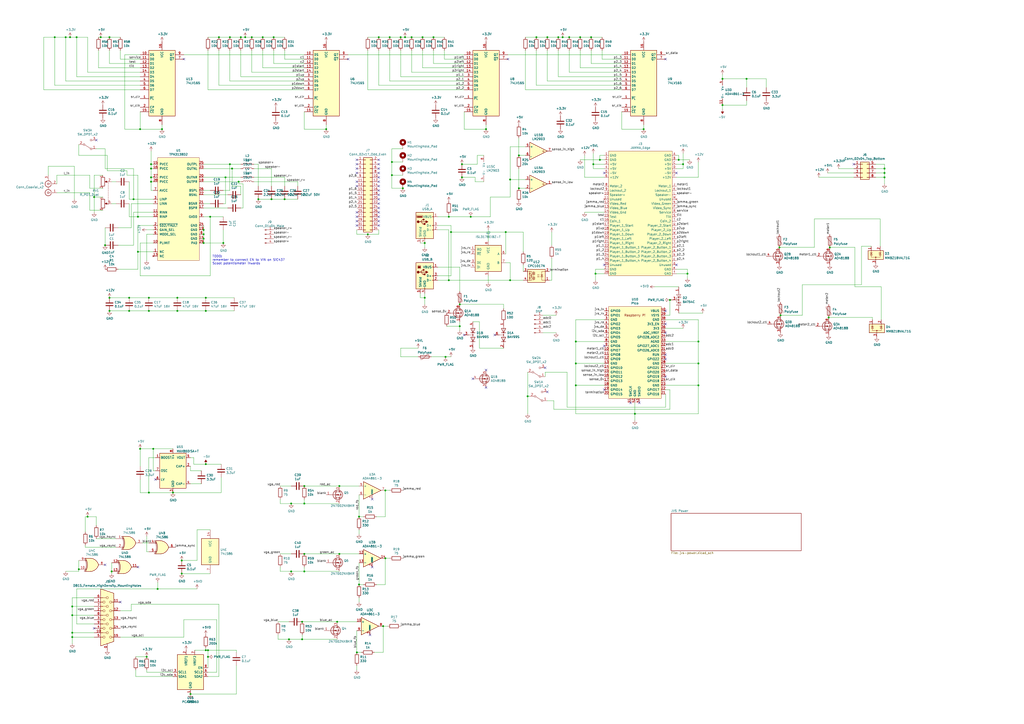
<source format=kicad_sch>
(kicad_sch (version 20211123) (generator eeschema)
  (paper "A2")
  (title_block (title "TD-IO"))
  (junction (at 87.63 105.41))
  (junction (at 273.05 125.73))
  (junction (at 120.65 381))
  (junction (at 311.15 21.59))
  (junction (at 419.1 60.96))
  (junction (at 342.9 21.59))
  (junction (at 31.75 21.59))
  (junction (at 157.48 115.57))
  (junction (at 323.85 21.59))
  (junction (at 347.98 92.71))
  (junction (at 334.01 198.12))
  (junction (at 120.65 377.19))
  (junction (at 330.2 21.59))
  (junction (at 393.7 92.71))
  (junction (at 334.01 210.82))
  (junction (at 119.38 180.34))
  (junction (at 227.33 101.6))
  (junction (at 41.91 369.57))
  (junction (at 40.64 21.59))
  (junction (at 175.26 360.68))
  (junction (at 368.3 240.03))
  (junction (at 121.92 125.73))
  (junction (at 405.13 223.52))
  (junction (at 176.53 281.94))
  (junction (at 196.85 321.31))
  (junction (at 77.47 115.57))
  (junction (at 87.63 97.79))
  (junction (at 81.28 260.35))
  (junction (at 168.91 292.1))
  (junction (at 74.93 180.34))
  (junction (at 452.12 143.51))
  (junction (at 306.07 229.87))
  (junction (at 80.01 146.05))
  (junction (at 195.58 360.68))
  (junction (at 86.36 172.72))
  (junction (at 86.36 285.75))
  (junction (at 105.41 332.74))
  (junction (at 213.36 135.89))
  (junction (at 219.71 21.59))
  (junction (at 234.95 21.59))
  (junction (at 133.35 95.25))
  (junction (at 266.7 176.53))
  (junction (at 266.7 189.23))
  (junction (at 208.28 299.72))
  (junction (at 260.35 162.56))
  (junction (at 295.91 104.14))
  (junction (at 119.38 269.24))
  (junction (at 102.87 172.72))
  (junction (at 138.43 105.41))
  (junction (at 396.24 95.25))
  (junction (at 130.81 102.87))
  (junction (at 300.99 90.17))
  (junction (at 86.36 180.34))
  (junction (at 149.86 115.57))
  (junction (at 267.97 95.25))
  (junction (at 85.09 381))
  (junction (at 227.33 93.98))
  (junction (at 261.62 134.62))
  (junction (at 63.5 180.34))
  (junction (at 118.11 140.97))
  (junction (at 238.76 21.59))
  (junction (at 50.8 299.72))
  (junction (at 345.44 158.75))
  (junction (at 176.53 321.31))
  (junction (at 41.91 356.87))
  (junction (at 119.38 172.72))
  (junction (at 54.61 114.3))
  (junction (at 165.1 115.57))
  (junction (at 208.28 339.09))
  (junction (at 336.55 21.59))
  (junction (at 260.35 125.73))
  (junction (at 258.445 207.01))
  (junction (at 223.52 284.48))
  (junction (at 293.37 134.62))
  (junction (at 118.11 133.35))
  (junction (at 45.72 330.2))
  (junction (at 281.94 74.93))
  (junction (at 373.38 74.93))
  (junction (at 152.4 21.59))
  (junction (at 133.35 21.59))
  (junction (at 38.1 21.59))
  (junction (at 245.11 21.59))
  (junction (at 87.63 102.87))
  (junction (at 246.38 140.97))
  (junction (at 196.85 281.94))
  (junction (at 81.28 74.93))
  (junction (at 146.05 21.59))
  (junction (at 419.1 45.72))
  (junction (at 481.33 143.51))
  (junction (at 41.91 367.03))
  (junction (at 317.5 21.59))
  (junction (at 110.49 402.59))
  (junction (at 41.91 351.79))
  (junction (at 405.13 210.82))
  (junction (at 207.01 378.46))
  (junction (at 334.01 223.52))
  (junction (at 74.93 172.72))
  (junction (at 91.44 341.63))
  (junction (at 100.33 285.75))
  (junction (at 513.08 97.79))
  (junction (at 300.99 109.22))
  (junction (at 119.38 377.19))
  (junction (at 87.63 95.25))
  (junction (at 452.755 182.88))
  (junction (at 222.25 363.22))
  (junction (at 158.75 21.59))
  (junction (at 105.41 325.12))
  (junction (at 513.08 102.87))
  (junction (at 142.24 21.59))
  (junction (at 233.68 109.22))
  (junction (at 64.77 331.47))
  (junction (at 118.11 135.89))
  (junction (at 326.39 21.59))
  (junction (at 168.91 331.47))
  (junction (at 189.23 74.93))
  (junction (at 80.01 125.73))
  (junction (at 63.5 21.59))
  (junction (at 480.695 184.15))
  (junction (at 118.11 138.43))
  (junction (at 102.87 180.34))
  (junction (at 167.64 370.84))
  (junction (at 388.62 173.99))
  (junction (at 134.62 97.79))
  (junction (at 58.42 21.59))
  (junction (at 344.17 95.25))
  (junction (at 176.53 331.47))
  (junction (at 433.07 45.72))
  (junction (at 175.26 370.84))
  (junction (at 226.06 21.59))
  (junction (at 232.41 21.59))
  (junction (at 129.54 140.97))
  (junction (at 63.5 172.72))
  (junction (at 44.45 21.59))
  (junction (at 295.91 162.56))
  (junction (at 267.97 102.87))
  (junction (at 223.52 323.85))
  (junction (at 513.08 100.33))
  (junction (at 139.7 21.59))
  (junction (at 127 21.59))
  (junction (at 246.38 172.72))
  (junction (at 405.13 198.12))
  (junction (at 176.53 292.1))
  (junction (at 398.78 158.75))
  (junction (at 93.98 74.93))
  (junction (at 251.46 21.59))
  (junction (at 88.9 260.35))
  (junction (at 60.96 142.24))
  (no_connect (at 495.3 95.25))
  (no_connect (at 219.71 123.19))
  (no_connect (at 207.01 105.41))
  (no_connect (at 219.71 107.95))
  (no_connect (at 386.08 208.28))
  (no_connect (at 392.43 100.33))
  (no_connect (at 350.52 153.67))
  (no_connect (at 106.68 34.29))
  (no_connect (at 317.5 227.33))
  (no_connect (at 219.71 100.33))
  (no_connect (at 207.01 130.81))
  (no_connect (at 365.76 233.68))
  (no_connect (at 370.84 233.68))
  (no_connect (at 219.71 118.11))
  (no_connect (at 219.71 130.81))
  (no_connect (at 350.52 226.06))
  (no_connect (at 350.52 200.66))
  (no_connect (at 219.71 95.25))
  (no_connect (at 90.17 278.13))
  (no_connect (at 386.08 218.44))
  (no_connect (at 287.02 194.31))
  (no_connect (at 386.08 193.04))
  (no_connect (at 215.9 328.93))
  (no_connect (at 386.08 205.74))
  (no_connect (at 80.01 328.93))
  (no_connect (at 219.71 102.87))
  (no_connect (at 54.61 364.49))
  (no_connect (at 392.43 153.67))
  (no_connect (at 207.01 123.19))
  (no_connect (at 219.71 97.79))
  (no_connect (at 386.08 180.34))
  (no_connect (at 219.71 128.27))
  (no_connect (at 269.24 194.31))
  (no_connect (at 219.71 110.49))
  (no_connect (at 294.64 34.29))
  (no_connect (at 215.9 289.56))
  (no_connect (at 281.94 214.63))
  (no_connect (at 219.71 125.73))
  (no_connect (at 207.01 97.79))
  (no_connect (at 386.08 34.29))
  (no_connect (at 207.01 92.71))
  (no_connect (at 207.01 128.27))
  (no_connect (at 350.52 100.33))
  (no_connect (at 69.85 349.25))
  (no_connect (at 207.01 125.73))
  (no_connect (at 274.32 219.71))
  (no_connect (at 281.94 224.79))
  (no_connect (at 316.23 213.36))
  (no_connect (at 219.71 113.03))
  (no_connect (at 207.01 95.25))
  (no_connect (at 214.63 368.3))
  (no_connect (at 60.96 327.66))
  (no_connect (at 219.71 120.65))
  (no_connect (at 219.71 105.41))
  (no_connect (at 386.08 187.96))
  (no_connect (at 219.71 115.57))
  (no_connect (at 219.71 92.71))
  (no_connect (at 207.01 100.33))
  (no_connect (at 207.01 107.95))
  (no_connect (at 55.88 81.28))
  (no_connect (at 201.93 34.29))
  (wire (pts (xy 283.21 160.02) (xy 283.21 163.83)))
  (wire (pts (xy 388.62 237.49) (xy 388.62 226.06)))
  (wire (pts (xy 93.98 72.39) (xy 93.98 74.93)))
  (wire (pts (xy 269.24 49.53) (xy 219.71 49.53)))
  (wire (pts (xy 100.33 392.43) (xy 78.74 392.43)))
  (wire (pts (xy 213.36 135.89) (xy 219.71 135.89)))
  (wire (pts (xy 80.01 125.73) (xy 80.01 101.6)))
  (wire (pts (xy 162.56 331.47) (xy 168.91 331.47)))
  (wire (pts (xy 245.11 39.37) (xy 245.11 29.21)))
  (wire (pts (xy 320.04 142.24) (xy 320.04 134.62)))
  (wire (pts (xy 400.05 92.71) (xy 393.7 92.71)))
  (wire (pts (xy 292.1 176.53) (xy 292.1 179.07)))
  (wire (pts (xy 295.91 114.3) (xy 295.91 104.14)))
  (wire (pts (xy 345.44 162.56) (xy 345.44 158.75)))
  (wire (pts (xy 162.56 292.1) (xy 168.91 292.1)))
  (wire (pts (xy 120.65 381) (xy 120.65 377.19)))
  (wire (pts (xy 165.1 34.29) (xy 165.1 29.21)))
  (wire (pts (xy 269.24 74.93) (xy 281.94 74.93)))
  (wire (pts (xy 304.8 21.59) (xy 311.15 21.59)))
  (wire (pts (xy 513.08 97.79) (xy 513.08 95.25)))
  (wire (pts (xy 125.73 359.41) (xy 125.73 389.89)))
  (wire (pts (xy 513.08 102.87) (xy 513.08 100.33)))
  (wire (pts (xy 334.01 240.03) (xy 334.01 223.52)))
  (wire (pts (xy 405.13 210.82) (xy 405.13 198.12)))
  (wire (pts (xy 234.95 21.59) (xy 238.76 21.59)))
  (wire (pts (xy 81.28 39.37) (xy 57.15 39.37)))
  (wire (pts (xy 119.38 377.19) (xy 113.03 377.19)))
  (wire (pts (xy 133.35 95.25) (xy 139.7 95.25)))
  (wire (pts (xy 347.98 92.71) (xy 347.98 90.17)))
  (wire (pts (xy 222.25 378.46) (xy 222.25 363.22)))
  (wire (pts (xy 472.44 127) (xy 510.54 127)))
  (wire (pts (xy 196.85 321.31) (xy 176.53 321.31)))
  (wire (pts (xy 334.01 198.12) (xy 334.01 210.82)))
  (wire (pts (xy 119.38 180.34) (xy 135.89 180.34)))
  (wire (pts (xy 379.73 166.37) (xy 393.7 166.37)))
  (wire (pts (xy 175.26 368.3) (xy 175.26 370.84)))
  (wire (pts (xy 321.31 237.49) (xy 388.62 237.49)))
  (wire (pts (xy 323.85 21.59) (xy 326.39 21.59)))
  (wire (pts (xy 80.01 156.21) (xy 80.01 146.05)))
  (wire (pts (xy 196.85 281.94) (xy 208.28 281.94)))
  (wire (pts (xy 27.94 96.52) (xy 27.94 101.6)))
  (wire (pts (xy 350.52 223.52) (xy 334.01 223.52)))
  (wire (pts (xy 110.49 270.51) (xy 110.49 273.05)))
  (wire (pts (xy 195.58 360.68) (xy 175.26 360.68)))
  (wire (pts (xy 147.32 102.87) (xy 165.1 102.87)))
  (wire (pts (xy 360.68 49.53) (xy 311.15 49.53)))
  (wire (pts (xy 223.52 299.72) (xy 223.52 284.48)))
  (wire (pts (xy 81.28 44.45) (xy 44.45 44.45)))
  (wire (pts (xy 254 130.81) (xy 261.62 130.81)))
  (wire (pts (xy 54.61 367.03) (xy 41.91 367.03)))
  (wire (pts (xy 87.63 87.63) (xy 87.63 95.25)))
  (wire (pts (xy 176.53 34.29) (xy 165.1 34.29)))
  (wire (pts (xy 118.11 110.49) (xy 121.92 110.49)))
  (wire (pts (xy 344.17 95.25) (xy 344.17 97.79)))
  (wire (pts (xy 80.01 146.05) (xy 80.01 130.81)))
  (wire (pts (xy 349.25 34.29) (xy 349.25 29.21)))
  (wire (pts (xy 336.55 21.59) (xy 342.9 21.59)))
  (wire (pts (xy 189.23 74.93) (xy 176.53 74.93)))
  (wire (pts (xy 168.91 321.31) (xy 162.56 321.31)))
  (wire (pts (xy 120.65 377.19) (xy 119.38 377.19)))
  (wire (pts (xy 55.88 86.36) (xy 60.96 86.36)))
  (wire (pts (xy 243.84 172.72) (xy 246.38 172.72)))
  (wire (pts (xy 120.65 52.07) (xy 120.65 29.21)))
  (wire (pts (xy 31.75 21.59) (xy 38.1 21.59)))
  (wire (pts (xy 139.7 107.95) (xy 134.62 107.95)))
  (wire (pts (xy 100.33 285.75) (xy 128.27 285.75)))
  (wire (pts (xy 452.755 182.88) (xy 465.455 182.88)))
  (wire (pts (xy 472.44 143.51) (xy 472.44 127)))
  (wire (pts (xy 506.095 184.15) (xy 506.095 185.42)))
  (wire (pts (xy 342.9 36.83) (xy 342.9 29.21)))
  (wire (pts (xy 118.11 118.11) (xy 121.92 118.11)))
  (wire (pts (xy 284.48 114.3) (xy 284.48 125.73)))
  (wire (pts (xy 87.63 102.87) (xy 88.9 102.87)))
  (wire (pts (xy 207.01 365.76) (xy 207.01 378.46)))
  (wire (pts (xy 433.07 60.96) (xy 433.07 58.42)))
  (wire (pts (xy 44.45 361.95) (xy 44.45 341.63)))
  (wire (pts (xy 142.24 21.59) (xy 146.05 21.59)))
  (wire (pts (xy 396.24 95.25) (xy 392.43 95.25)))
  (wire (pts (xy 81.28 140.97) (xy 81.28 160.02)))
  (wire (pts (xy 41.91 346.71) (xy 41.91 351.79)))
  (wire (pts (xy 121.92 160.02) (xy 121.92 125.73)))
  (wire (pts (xy 306.07 229.87) (xy 307.34 229.87)))
  (wire (pts (xy 134.62 107.95) (xy 134.62 97.79)))
  (wire (pts (xy 158.75 36.83) (xy 158.75 29.21)))
  (wire (pts (xy 368.3 240.03) (xy 368.3 243.84)))
  (wire (pts (xy 196.85 292.1) (xy 176.53 292.1)))
  (wire (pts (xy 317.5 46.99) (xy 317.5 29.21)))
  (wire (pts (xy 52.07 111.76) (xy 52.07 121.92)))
  (wire (pts (xy 269.24 46.99) (xy 226.06 46.99)))
  (wire (pts (xy 85.09 311.15) (xy 85.09 320.04)))
  (wire (pts (xy 147.32 95.25) (xy 149.86 95.25)))
  (wire (pts (xy 219.71 135.89) (xy 219.71 133.35)))
  (wire (pts (xy 350.52 92.71) (xy 347.98 92.71)))
  (wire (pts (xy 246.38 172.72) (xy 246.38 170.18)))
  (wire (pts (xy 219.71 21.59) (xy 226.06 21.59)))
  (wire (pts (xy 40.64 21.59) (xy 44.45 21.59)))
  (wire (pts (xy 269.24 64.77) (xy 269.24 74.93)))
  (wire (pts (xy 386.08 236.22) (xy 386.08 228.6)))
  (wire (pts (xy 495.935 166.37) (xy 495.935 143.51)))
  (wire (pts (xy 386.08 190.5) (xy 396.24 190.5)))
  (wire (pts (xy 38.1 21.59) (xy 38.1 46.99)))
  (wire (pts (xy 474.98 102.87) (xy 495.3 102.87)))
  (wire (pts (xy 73.66 101.6) (xy 73.66 99.06)))
  (wire (pts (xy 269.24 34.29) (xy 257.81 34.29)))
  (wire (pts (xy 62.23 90.17) (xy 45.72 90.17)))
  (wire (pts (xy 480.695 184.15) (xy 506.095 184.15)))
  (wire (pts (xy 495.935 166.37) (xy 511.175 166.37)))
  (wire (pts (xy 510.54 127) (xy 510.54 142.875)))
  (wire (pts (xy 208.28 309.88) (xy 208.28 307.34)))
  (wire (pts (xy 396.24 88.9) (xy 396.24 95.25)))
  (wire (pts (xy 250.19 207.01) (xy 258.445 207.01)))
  (wire (pts (xy 304.8 52.07) (xy 304.8 29.21)))
  (wire (pts (xy 444.5 45.72) (xy 433.07 45.72)))
  (wire (pts (xy 233.68 86.36) (xy 227.33 86.36)))
  (wire (pts (xy 44.45 21.59) (xy 50.8 21.59)))
  (wire (pts (xy 328.93 215.9) (xy 316.23 215.9)))
  (wire (pts (xy 78.74 392.43) (xy 78.74 388.62)))
  (wire (pts (xy 67.31 317.5) (xy 49.53 317.5)))
  (wire (pts (xy 276.86 95.25) (xy 276.86 90.17)))
  (wire (pts (xy 267.97 102.87) (xy 275.59 102.87)))
  (wire (pts (xy 67.31 118.11) (xy 64.77 118.11)))
  (wire (pts (xy 360.68 74.93) (xy 373.38 74.93)))
  (wire (pts (xy 260.35 162.56) (xy 295.91 162.56)))
  (wire (pts (xy 208.28 339.09) (xy 210.82 339.09)))
  (wire (pts (xy 320.04 162.56) (xy 320.04 149.86)))
  (wire (pts (xy 139.7 44.45) (xy 139.7 29.21)))
  (wire (pts (xy 176.53 52.07) (xy 120.65 52.07)))
  (wire (pts (xy 254 154.94) (xy 266.7 154.94)))
  (wire (pts (xy 261.62 134.62) (xy 293.37 134.62)))
  (wire (pts (xy 125.73 389.89) (xy 120.65 389.89)))
  (wire (pts (xy 134.62 97.79) (xy 139.7 97.79)))
  (wire (pts (xy 208.28 299.72) (xy 210.82 299.72)))
  (wire (pts (xy 232.41 21.59) (xy 234.95 21.59)))
  (wire (pts (xy 77.47 115.57) (xy 88.9 115.57)))
  (wire (pts (xy 135.89 172.72) (xy 119.38 172.72)))
  (wire (pts (xy 76.2 132.08) (xy 68.58 132.08)))
  (wire (pts (xy 433.07 45.72) (xy 419.1 45.72)))
  (wire (pts (xy 49.53 299.72) (xy 50.8 299.72)))
  (wire (pts (xy 161.29 370.84) (xy 167.64 370.84)))
  (wire (pts (xy 219.71 49.53) (xy 219.71 29.21)))
  (wire (pts (xy 254 162.56) (xy 260.35 162.56)))
  (wire (pts (xy 292.1 176.53) (xy 266.7 176.53)))
  (wire (pts (xy 300.99 109.22) (xy 304.8 109.22)))
  (wire (pts (xy 266.7 154.94) (xy 266.7 168.91)))
  (wire (pts (xy 267.97 95.25) (xy 276.86 95.25)))
  (wire (pts (xy 38.1 21.59) (xy 40.64 21.59)))
  (wire (pts (xy 44.45 21.59) (xy 44.45 44.45)))
  (wire (pts (xy 360.68 64.77) (xy 360.68 74.93)))
  (wire (pts (xy 323.85 44.45) (xy 323.85 29.21)))
  (wire (pts (xy 87.63 97.79) (xy 87.63 102.87)))
  (wire (pts (xy 119.38 172.72) (xy 102.87 172.72)))
  (wire (pts (xy 278.13 201.93) (xy 278.13 186.69)))
  (wire (pts (xy 452.12 143.51) (xy 472.44 143.51)))
  (wire (pts (xy 127 392.43) (xy 120.65 392.43)))
  (wire (pts (xy 323.85 21.59) (xy 317.5 21.59)))
  (wire (pts (xy 86.36 172.72) (xy 74.93 172.72)))
  (wire (pts (xy 405.13 198.12) (xy 405.13 185.42)))
  (wire (pts (xy 129.54 140.97) (xy 118.11 140.97)))
  (wire (pts (xy 318.77 162.56) (xy 320.04 162.56)))
  (wire (pts (xy 238.76 41.91) (xy 238.76 29.21)))
  (wire (pts (xy 81.28 34.29) (xy 69.85 34.29)))
  (wire (pts (xy 149.86 115.57) (xy 157.48 115.57)))
  (wire (pts (xy 139.7 21.59) (xy 133.35 21.59)))
  (wire (pts (xy 295.91 162.56) (xy 303.53 162.56)))
  (wire (pts (xy 85.09 133.35) (xy 88.9 133.35)))
  (wire (pts (xy 347.98 92.71) (xy 336.55 92.71)))
  (wire (pts (xy 55.88 304.8) (xy 55.88 299.72)))
  (wire (pts (xy 162.56 289.56) (xy 162.56 292.1)))
  (wire (pts (xy 284.48 125.73) (xy 273.05 125.73)))
  (wire (pts (xy 261.62 160.02) (xy 254 160.02)))
  (wire (pts (xy 176.53 36.83) (xy 158.75 36.83)))
  (wire (pts (xy 80.01 146.05) (xy 88.9 146.05)))
  (wire (pts (xy 129.54 133.35) (xy 129.54 140.97)))
  (wire (pts (xy 283.21 133.35) (xy 283.21 139.7)))
  (wire (pts (xy 334.01 210.82) (xy 350.52 210.82)))
  (wire (pts (xy 114.3 325.12) (xy 114.3 307.34)))
  (wire (pts (xy 72.39 31.75) (xy 81.28 31.75)))
  (wire (pts (xy 44.45 341.63) (xy 91.44 341.63)))
  (wire (pts (xy 152.4 21.59) (xy 158.75 21.59)))
  (wire (pts (xy 105.41 325.12) (xy 114.3 325.12)))
  (wire (pts (xy 207.01 388.62) (xy 207.01 386.08)))
  (wire (pts (xy 140.97 120.65) (xy 140.97 106.68)))
  (wire (pts (xy 81.28 49.53) (xy 31.75 49.53)))
  (wire (pts (xy 138.43 106.68) (xy 138.43 105.41)))
  (wire (pts (xy 64.77 332.74) (xy 64.77 331.47)))
  (wire (pts (xy 147.32 105.41) (xy 172.72 105.41)))
  (wire (pts (xy 76.2 118.11) (xy 76.2 132.08)))
  (wire (pts (xy 207.01 135.89) (xy 207.01 133.35)))
  (wire (pts (xy 54.61 356.87) (xy 41.91 356.87)))
  (wire (pts (xy 118.11 138.43) (xy 118.11 140.97)))
  (wire (pts (xy 50.8 21.59) (xy 50.8 41.91)))
  (wire (pts (xy 69.85 34.29) (xy 69.85 29.21)))
  (wire (pts (xy 165.1 115.57) (xy 172.72 115.57)))
  (wire (pts (xy 129.54 110.49) (xy 133.35 110.49)))
  (wire (pts (xy 513.08 95.25) (xy 508 95.25)))
  (wire (pts (xy 505.46 142.875) (xy 499.745 142.875)))
  (wire (pts (xy 157.48 115.57) (xy 165.1 115.57)))
  (wire (pts (xy 106.68 359.41) (xy 125.73 359.41)))
  (wire (pts (xy 396.24 95.25) (xy 396.24 97.79)))
  (wire (pts (xy 176.53 64.77) (xy 176.53 74.93)))
  (wire (pts (xy 405.13 185.42) (xy 386.08 185.42)))
  (wire (pts (xy 314.96 182.88) (xy 322.58 182.88)))
  (wire (pts (xy 90.17 265.43) (xy 86.36 265.43)))
  (wire (pts (xy 76.2 350.52) (xy 127 350.52)))
  (wire (pts (xy 300.99 90.17) (xy 300.99 80.01)))
  (wire (pts (xy 63.5 21.59) (xy 69.85 21.59)))
  (wire (pts (xy 350.52 123.19) (xy 339.09 123.19)))
  (wire (pts (xy 269.24 52.07) (xy 213.36 52.07)))
  (wire (pts (xy 275.59 105.41) (xy 280.67 105.41)))
  (wire (pts (xy 41.91 351.79) (xy 41.91 356.87)))
  (wire (pts (xy 322.58 193.04) (xy 314.96 193.04)))
  (wire (pts (xy 339.09 90.17) (xy 339.09 102.87)))
  (wire (pts (xy 360.68 39.37) (xy 336.55 39.37)))
  (wire (pts (xy 77.47 142.24) (xy 68.58 142.24)))
  (wire (pts (xy 368.3 240.03) (xy 405.13 240.03)))
  (wire (pts (xy 152.4 39.37) (xy 152.4 29.21)))
  (wire (pts (xy 119.38 375.92) (xy 119.38 377.19)))
  (wire (pts (xy 433.07 50.8) (xy 433.07 45.72)))
  (wire (pts (xy 294.64 31.75) (xy 360.68 31.75)))
  (wire (pts (xy 257.81 34.29) (xy 257.81 29.21)))
  (wire (pts (xy 243.84 170.18) (xy 243.84 172.72)))
  (wire (pts (xy 311.15 49.53) (xy 311.15 29.21)))
  (wire (pts (xy 344.17 95.25) (xy 350.52 95.25)))
  (wire (pts (xy 139.7 120.65) (xy 140.97 120.65)))
  (wire (pts (xy 208.28 287.02) (xy 208.28 299.72)))
  (wire (pts (xy 246.38 140.97) (xy 243.84 140.97)))
  (wire (pts (xy 127 21.59) (xy 133.35 21.59)))
  (wire (pts (xy 295.91 104.14) (xy 304.8 104.14)))
  (wire (pts (xy 149.86 107.95) (xy 149.86 95.25)))
  (wire (pts (xy 93.98 74.93) (xy 81.28 74.93)))
  (wire (pts (xy 67.31 312.42) (xy 55.88 312.42)))
  (wire (pts (xy 328.93 236.22) (xy 386.08 236.22)))
  (wire (pts (xy 138.43 105.41) (xy 139.7 105.41)))
  (wire (pts (xy 405.13 102.87) (xy 392.43 102.87)))
  (wire (pts (xy 195.58 360.68) (xy 207.01 360.68)))
  (wire (pts (xy 293.37 134.62) (xy 303.53 134.62)))
  (wire (pts (xy 328.93 215.9) (xy 328.93 236.22)))
  (wire (pts (xy 146.05 21.59) (xy 152.4 21.59)))
  (wire (pts (xy 54.61 123.19) (xy 54.61 114.3)))
  (wire (pts (xy 419.1 60.96) (xy 419.1 63.5)))
  (wire (pts (xy 87.63 105.41) (xy 88.9 105.41)))
  (wire (pts (xy 360.68 41.91) (xy 330.2 41.91)))
  (wire (pts (xy 388.62 182.88) (xy 388.62 173.99)))
  (wire (pts (xy 316.23 215.9) (xy 316.23 218.44)))
  (wire (pts (xy 405.13 223.52) (xy 405.13 210.82)))
  (wire (pts (xy 118.11 105.41) (xy 138.43 105.41)))
  (wire (pts (xy 54.61 346.71) (xy 41.91 346.71)))
  (wire (pts (xy 444.5 50.8) (xy 444.5 45.72)))
  (wire (pts (xy 119.38 269.24) (xy 112.395 269.24)))
  (wire (pts (xy 33.02 106.68) (xy 33.02 101.6)))
  (wire (pts (xy 25.4 21.59) (xy 31.75 21.59)))
  (wire (pts (xy 360.68 46.99) (xy 317.5 46.99)))
  (wire (pts (xy 85.09 320.04) (xy 86.36 320.04)))
  (wire (pts (xy 110.49 280.67) (xy 116.84 280.67)))
  (wire (pts (xy 246.38 176.53) (xy 246.38 172.72)))
  (wire (pts (xy 54.61 361.95) (xy 44.45 361.95)))
  (wire (pts (xy 259.08 189.23) (xy 266.7 189.23)))
  (wire (pts (xy 245.11 21.59) (xy 251.46 21.59)))
  (wire (pts (xy 74.93 180.34) (xy 86.36 180.34)))
  (wire (pts (xy 226.06 46.99) (xy 226.06 29.21)))
  (wire (pts (xy 398.78 161.29) (xy 398.78 158.75)))
  (wire (pts (xy 87.63 95.25) (xy 87.63 97.79)))
  (wire (pts (xy 43.18 96.52) (xy 43.18 115.57)))
  (wire (pts (xy 495.3 97.79) (xy 486.41 97.79)))
  (wire (pts (xy 77.47 97.79) (xy 60.96 97.79)))
  (wire (pts (xy 269.24 36.83) (xy 251.46 36.83)))
  (wire (pts (xy 176.53 46.99) (xy 133.35 46.99)))
  (wire (pts (xy 127 350.52) (xy 127 392.43)))
  (wire (pts (xy 330.2 41.91) (xy 330.2 29.21)))
  (wire (pts (xy 81.28 260.35) (xy 81.28 270.51)))
  (wire (pts (xy 224.79 363.22) (xy 222.25 363.22)))
  (wire (pts (xy 119.38 180.34) (xy 102.87 180.34)))
  (wire (pts (xy 176.53 44.45) (xy 139.7 44.45)))
  (wire (pts (xy 195.58 370.84) (xy 175.26 370.84)))
  (wire (pts (xy 201.93 31.75) (xy 269.24 31.75)))
  (wire (pts (xy 347.98 90.17) (xy 350.52 90.17)))
  (wire (pts (xy 31.75 21.59) (xy 31.75 49.53)))
  (wire (pts (xy 398.78 156.21) (xy 392.43 156.21)))
  (wire (pts (xy 511.175 166.37) (xy 511.175 185.42)))
  (wire (pts (xy 74.93 118.11) (xy 74.93 125.73)))
  (wire (pts (xy 38.1 331.47) (xy 45.72 331.47)))
  (wire (pts (xy 80.01 125.73) (xy 88.9 125.73)))
  (wire (pts (xy 405.13 93.98) (xy 405.13 102.87)))
  (wire (pts (xy 233.68 93.98) (xy 227.33 93.98)))
  (wire (pts (xy 59.69 101.6) (xy 54.61 101.6)))
  (wire (pts (xy 168.91 281.94) (xy 162.56 281.94)))
  (wire (pts (xy 57.15 21.59) (xy 58.42 21.59)))
  (wire (pts (xy 72.39 31.75) (xy 72.39 74.93)))
  (wire (pts (xy 278.13 186.69) (xy 274.32 186.69)))
  (wire (pts (xy 388.62 226.06) (xy 386.08 226.06)))
  (wire (pts (xy 114.3 341.63) (xy 91.44 341.63)))
  (wire (pts (xy 133.35 46.99) (xy 133.35 29.21)))
  (wire (pts (xy 130.81 118.11) (xy 130.81 102.87)))
  (wire (pts (xy 321.31 232.41) (xy 317.5 232.41)))
  (wire (pts (xy 88.9 135.89) (xy 85.09 135.89)))
  (wire (pts (xy 88.9 140.97) (xy 81.28 140.97)))
  (wire (pts (xy 45.72 325.12) (xy 45.72 330.2)))
  (wire (pts (xy 105.41 332.74) (xy 121.92 332.74)))
  (wire (pts (xy 91.44 341.63) (xy 91.44 337.82)))
  (wire (pts (xy 360.68 52.07) (xy 304.8 52.07)))
  (wire (pts (xy 86.36 180.34) (xy 102.87 180.34)))
  (wire (pts (xy 176.53 289.56) (xy 176.53 292.1)))
  (wire (pts (xy 139.7 113.03) (xy 139.7 107.95)))
  (wire (pts (xy 76.2 354.33) (xy 69.85 354.33)))
  (wire (pts (xy 360.68 34.29) (xy 349.25 34.29)))
  (wire (pts (xy 227.33 93.98) (xy 227.33 101.6)))
  (wire (pts (xy 80.01 101.6) (xy 73.66 101.6)))
  (wire (pts (xy 218.44 339.09) (xy 223.52 339.09)))
  (wire (pts (xy 49.53 308.61) (xy 49.53 299.72)))
  (wire (pts (xy 321.31 237.49) (xy 321.31 232.41)))
  (wire (pts (xy 55.88 299.72) (xy 50.8 299.72)))
  (wire (pts (xy 45.72 83.82) (xy 45.72 90.17)))
  (wire (pts (xy 261.62 134.62) (xy 261.62 160.02)))
  (wire (pts (xy 118.11 113.03) (xy 132.08 113.03)))
  (wire (pts (xy 227.33 86.36) (xy 227.33 93.98)))
  (wire (pts (xy 261.62 130.81) (xy 261.62 134.62)))
  (wire (pts (xy 303.53 146.05) (xy 303.53 134.62)))
  (wire (pts (xy 128.27 276.86) (xy 128.27 285.75)))
  (wire (pts (xy 334.01 185.42) (xy 334.01 198.12)))
  (wire (pts (xy 118.11 138.43) (xy 118.11 135.89)))
  (wire (pts (xy 405.13 240.03) (xy 405.13 223.52)))
  (wire (pts (xy 275.59 102.87) (xy 275.59 105.41)))
  (wire (pts (xy 80.01 130.81) (xy 88.9 130.81)))
  (wire (pts (xy 393.7 92.71) (xy 393.7 90.17)))
  (wire (pts (xy 45.72 331.47) (xy 45.72 330.2)))
  (wire (pts (xy 393.7 90.17) (xy 392.43 90.17)))
  (wire (pts (xy 295.91 85.09) (xy 304.8 85.09)))
  (wire (pts (xy 217.17 378.46) (xy 222.25 378.46)))
  (wire (pts (xy 73.66 99.06) (xy 62.23 99.06)))
  (wire (pts (xy 88.9 260.35) (xy 100.33 260.35)))
  (wire (pts (xy 223.52 339.09) (xy 223.52 323.85)))
  (wire (pts (xy 213.36 52.07) (xy 213.36 29.21)))
  (wire (pts (xy 63.5 36.83) (xy 63.5 29.21)))
  (wire (pts (xy 273.05 125.73) (xy 260.35 125.73)))
  (wire (pts (xy 100.33 389.89) (xy 85.09 389.89)))
  (wire (pts (xy 306.07 215.9) (xy 306.07 229.87)))
  (wire (pts (xy 81.28 46.99) (xy 38.1 46.99)))
  (wire (pts (xy 87.63 105.41) (xy 87.63 110.49)))
  (wire (pts (xy 60.96 132.08) (xy 60.96 142.24)))
  (wire (pts (xy 81.28 74.93) (xy 72.39 74.93)))
  (wire (pts (xy 284.48 114.3) (xy 295.91 114.3)))
  (wire (pts (xy 208.28 349.25) (xy 208.28 346.71)))
  (wire (pts (xy 54.61 114.3) (xy 59.69 114.3)))
  (wire (pts (xy 360.68 44.45) (xy 323.85 44.45)))
  (wire (pts (xy 137.16 377.19) (xy 137.16 378.46)))
  (wire (pts (xy 54.61 369.57) (xy 41.91 369.57)))
  (wire (pts (xy 120.65 377.19) (xy 137.16 377.19)))
  (wire (pts (xy 251.46 21.59) (xy 257.81 21.59)))
  (wire (pts (xy 114.3 307.34) (xy 121.92 307.34)))
  (wire (pts (xy 81.28 285.75) (xy 86.36 285.75)))
  (wire (pts (xy 63.5 172.72) (xy 74.93 172.72)))
  (wire (pts (xy 393.7 92.71) (xy 392.43 92.71)))
  (wire (pts (xy 81.28 260.35) (xy 88.9 260.35)))
  (wire (pts (xy 480.06 100.33) (xy 495.3 100.33)))
  (wire (pts (xy 88.9 123.19) (xy 77.47 123.19)))
  (wire (pts (xy 405.13 223.52) (xy 386.08 223.52)))
  (wire (pts (xy 232.41 44.45) (xy 232.41 29.21)))
  (wire (pts (xy 227.33 109.22) (xy 233.68 109.22)))
  (wire (pts (xy 266.7 189.23) (xy 266.7 186.69)))
  (wire (pts (xy 62.23 99.06) (xy 62.23 90.17)))
  (wire (pts (xy 281.94 74.93) (xy 281.94 72.39)))
  (wire (pts (xy 398.78 158.75) (xy 398.78 156.21)))
  (wire (pts (xy 112.395 265.43) (xy 112.395 269.24)))
  (wire (pts (xy 172.72 105.41) (xy 172.72 107.95)))
  (wire (pts (xy 81.28 52.07) (xy 25.4 52.07)))
  (wire (pts (xy 269.24 41.91) (xy 238.76 41.91)))
  (wire (pts (xy 33.02 111.76) (xy 52.07 111.76)))
  (wire (pts (xy 368.3 240.03) (xy 334.01 240.03)))
  (wire (pts (xy 87.63 102.87) (xy 87.63 105.41)))
  (wire (pts (xy 33.02 101.6) (xy 52.07 101.6)))
  (wire (pts (xy 165.1 102.87) (xy 165.1 107.95)))
  (wire (pts (xy 396.24 97.79) (xy 392.43 97.79)))
  (wire (pts (xy 326.39 21.59) (xy 330.2 21.59)))
  (wire (pts (xy 162.56 328.93) (xy 162.56 331.47)))
  (wire (pts (xy 118.11 133.35) (xy 118.11 135.89)))
  (wire (pts (xy 386.08 182.88) (xy 388.62 182.88)))
  (wire (pts (xy 293.37 152.4) (xy 295.91 152.4)))
  (wire (pts (xy 120.65 21.59) (xy 127 21.59)))
  (wire (pts (xy 368.3 233.68) (xy 368.3 240.03)))
  (wire (pts (xy 393.7 181.61) (xy 407.67 181.61)))
  (wire (pts (xy 167.64 360.68) (xy 161.29 360.68)))
  (wire (pts (xy 81.28 36.83) (xy 63.5 36.83)))
  (wire (pts (xy 213.36 135.89) (xy 207.01 135.89)))
  (wire (pts (xy 85.09 381) (xy 78.74 381)))
  (wire (pts (xy 81.28 278.13) (xy 81.28 285.75)))
  (wire (pts (xy 86.36 172.72) (xy 102.87 172.72)))
  (wire (pts (xy 41.91 367.03) (xy 41.91 369.57)))
  (wire (pts (xy 513.08 100.33) (xy 508 100.33)))
  (wire (pts (xy 342.9 21.59) (xy 349.25 21.59)))
  (wire (pts (xy 300.99 109.22) (xy 300.99 97.79)))
  (wire (pts (xy 74.93 115.57) (xy 77.47 115.57)))
  (wire (pts (xy 118.11 97.79) (xy 134.62 97.79)))
  (wire (pts (xy 419.1 60.96) (xy 433.07 60.96)))
  (wire (pts (xy 139.7 21.59) (xy 142.24 21.59)))
  (wire (pts (xy 74.93 105.41) (xy 74.93 115.57)))
  (wire (pts (xy 81.28 64.77) (xy 81.28 74.93)))
  (wire (pts (xy 304.8 90.17) (xy 300.99 90.17)))
  (wire (pts (xy 405.13 210.82) (xy 386.08 210.82)))
  (wire (pts (xy 58.42 21.59) (xy 63.5 21.59)))
  (wire (pts (xy 176.53 292.1) (xy 168.91 292.1)))
  (wire (pts (xy 465.455 165.1) (xy 465.455 182.88)))
  (wire (pts (xy 513.08 97.79) (xy 508 97.79)))
  (wire (pts (xy 86.36 265.43) (xy 86.36 285.75)))
  (wire (pts (xy 495.935 143.51) (xy 481.33 143.51)))
  (wire (pts (xy 121.92 125.73) (xy 129.54 125.73)))
  (wire (pts (xy 161.29 368.3) (xy 161.29 370.84)))
  (wire (pts (xy 218.44 299.72) (xy 223.52 299.72)))
  (wire (pts (xy 176.53 331.47) (xy 168.91 331.47)))
  (wire (pts (xy 208.28 326.39) (xy 208.28 339.09)))
  (wire (pts (xy 278.13 201.93) (xy 292.1 201.93)))
  (wire (pts (xy 118.11 95.25) (xy 133.35 95.25)))
  (wire (pts (xy 74.93 125.73) (xy 80.01 125.73)))
  (wire (pts (xy 88.9 260.35) (xy 88.9 273.05)))
  (wire (pts (xy 64.77 331.47) (xy 64.77 326.39)))
  (wire (pts (xy 118.11 102.87) (xy 130.81 102.87)))
  (wire (pts (xy 232.41 201.93) (xy 242.57 201.93)))
  (wire (pts (xy 118.11 130.81) (xy 118.11 133.35)))
  (wire (pts (xy 52.07 121.92) (xy 59.69 121.92)))
  (wire (pts (xy 513.08 102.87) (xy 513.08 106.68)))
  (wire (pts (xy 90.17 273.05) (xy 88.9 273.05)))
  (wire (pts (xy 499.745 165.1) (xy 465.455 165.1)))
  (wire (pts (xy 60.96 97.79) (xy 60.96 86.36)))
  (wire (pts (xy 130.81 102.87) (xy 139.7 102.87)))
  (wire (pts (xy 269.24 44.45) (xy 232.41 44.45)))
  (wire (pts (xy 227.33 101.6) (xy 227.33 109.22)))
  (wire (pts (xy 513.08 102.87) (xy 508 102.87)))
  (wire (pts (xy 129.54 118.11) (xy 130.81 118.11)))
  (wire (pts (xy 52.07 109.22) (xy 59.69 109.22)))
  (wire (pts (xy 254 125.73) (xy 260.35 125.73)))
  (wire (pts (xy 266.7 189.23) (xy 266.7 191.77)))
  (wire (pts (xy 176.53 31.75) (xy 106.68 31.75)))
  (wire (pts (xy 373.38 72.39) (xy 373.38 74.93)))
  (wire (pts (xy 350.52 198.12) (xy 334.01 198.12)))
  (wire (pts (xy 86.36 285.75) (xy 100.33 285.75)))
  (wire (pts (xy 176.53 328.93) (xy 176.53 331.47)))
  (wire (pts (xy 339.09 102.87) (xy 350.52 102.87)))
  (wire (pts (xy 189.23 72.39) (xy 189.23 74.93)))
  (wire (pts (xy 110.49 273.05) (xy 116.84 273.05)))
  (wire (pts (xy 63.5 180.34) (xy 74.93 180.34)))
  (wire (pts (xy 68.58 156.21) (xy 80.01 156.21)))
  (wire (pts (xy 41.91 356.87) (xy 41.91 367.03)))
  (wire (pts (xy 118.11 120.65) (xy 132.08 120.65)))
  (wire (pts (xy 196.85 321.31) (xy 208.28 321.31)))
  (wire (pts (xy 350.52 185.42) (xy 334.01 185.42)))
  (wire (pts (xy 110.49 265.43) (xy 112.395 265.43)))
  (wire (pts (xy 118.11 125.73) (xy 121.92 125.73)))
  (wire (pts (xy 158.75 21.59) (xy 165.1 21.59)))
  (wire (pts (xy 196.85 281.94) (xy 176.53 281.94)))
  (wire (pts (xy 246.38 143.51) (xy 246.38 140.97)))
  (wire (pts (xy 330.2 21.59) (xy 336.55 21.59)))
  (wire (pts (xy 360.68 36.83) (xy 342.9 36.83)))
  (wire (pts (xy 398.78 158.75) (xy 392.43 158.75)))
  (wire (pts (xy 82.55 314.96) (xy 86.36 314.96)))
  (wire (pts (xy 344.17 88.9) (xy 344.17 95.25)))
  (wire (pts (xy 106.68 369.57) (xy 106.68 359.41)))
  (wire (pts (xy 311.15 21.59) (xy 317.5 21.59)))
  (wire (pts (xy 41.91 369.57) (xy 41.91 373.38)))
  (wire (pts (xy 227.33 101.6) (xy 233.68 101.6)))
  (wire (pts (xy 226.06 323.85) (xy 223.52 323.85)))
  (wire (pts (xy 295.91 152.4) (xy 295.91 162.56)))
  (wire (pts (xy 43.18 96.52) (xy 27.94 96.52)))
  (wire (pts (xy 81.28 160.02) (xy 121.92 160.02)))
  (wire (pts (xy 76.2 350.52) (xy 76.2 354.33)))
  (wire (pts (xy 207.01 378.46) (xy 209.55 378.46)))
  (wire (pts (xy 57.15 39.37) (xy 57.15 29.21)))
  (wire (pts (xy 260.35 162.56) (xy 260.35 133.35)))
  (wire (pts (xy 260.35 125.73) (xy 260.35 124.46)))
  (wire (pts (xy 276.86 90.17) (xy 280.67 90.17)))
  (wire (pts (xy 251.46 36.83) (xy 251.46 29.21)))
  (wire (pts (xy 157.48 97.79) (xy 157.48 107.95)))
  (wire (pts (xy 334.01 223.52) (xy 334.01 210.82)))
  (wire (pts (xy 405.13 198.12) (xy 386.08 198.12)))
  (wire (pts (xy 87.63 97.79) (xy 88.9 97.79)))
  (wire (pts (xy 81.28 41.91) (xy 50.8 41.91)))
  (wire (pts (xy 77.47 123.19) (xy 77.47 142.24)))
  (wire (pts (xy 226.06 284.48) (xy 223.52 284.48)))
  (wire (pts (xy 232.41 21.59) (xy 226.06 21.59)))
  (wire (pts (xy 258.445 207.01) (xy 261.62 207.01)))
  (wire (pts (xy 127 49.53) (xy 127 29.21)))
  (wire (pts (xy 140.97 106.68) (xy 138.43 106.68)))
  (wire (pts (xy 336.55 39.37) (xy 336.55 29.21)))
  (wire (pts (xy 85.09 389.89) (xy 85.09 388.62)))
  (wire (pts (xy 87.63 95.25) (xy 88.9 95.25)))
  (wire (pts (xy 293.37 147.32) (xy 293.37 134.62)))
  (wire (pts (xy 295.91 104.14) (xy 295.91 85.09)))
  (wire (pts (xy 54.61 101.6) (xy 54.61 114.3)))
  (wire (pts (xy 196.85 331.47) (xy 176.53 331.47)))
  (wire (pts (xy 77.47 115.57) (xy 77.47 97.79)))
  (wire (pts (xy 260.35 133.35) (xy 254 133.35)))
  (wire (pts (xy 175.26 370.84) (xy 167.64 370.84)))
  (wire (pts (xy 176.53 41.91) (xy 146.05 41.91)))
  (wire (pts (xy 232.41 201.93) (xy 232.41 207.01)))
  (wire (pts (xy 137.16 402.59) (xy 137.16 386.08)))
  (wire (pts (xy 419.1 45.72) (xy 419.1 43.18)))
  (wire (pts (xy 110.49 402.59) (xy 137.16 402.59)))
  (wire (pts (xy 133.35 110.49) (xy 133.35 95.25)))
  (wire (pts (xy 303.53 153.67) (xy 303.53 157.48)))
  (wire (pts (xy 499.745 142.875) (xy 499.745 165.1)))
  (wire (pts (xy 345.44 156.21) (xy 350.52 156.21)))
  (wire (pts (xy 25.4 21.59) (xy 25.4 52.07)))
  (wire (pts (xy 176.53 49.53) (xy 127 49.53)))
  (wire (pts (xy 52.07 101.6) (xy 52.07 109.22)))
  (wire (pts (xy 344.17 97.79) (xy 350.52 97.79)))
  (wire (pts (xy 345.44 158.75) (xy 345.44 156.21)))
  (wire (pts (xy 213.36 21.59) (xy 219.71 21.59)))
  (wire (pts (xy 146.05 41.91) (xy 146.05 29.21)))
  (wire (pts (xy 306.07 229.87) (xy 306.07 240.03)))
  (wire (pts (xy 85.09 135.89) (xy 85.09 151.13)))
  (wire (pts (xy 87.63 110.49) (xy 88.9 110.49)))
  (wire (pts (xy 147.32 97.79) (xy 157.48 97.79)))
  (wire (pts (xy 238.76 21.59) (xy 245.11 21.59)))
  (wire (pts (xy 513.08 100.33) (xy 513.08 97.79)))
  (wire (pts (xy 269.24 39.37) (xy 245.11 39.37)))
  (wire (pts (xy 232.41 207.01) (xy 242.57 207.01)))
  (wire (pts (xy 49.53 317.5) (xy 49.53 316.23)))
  (wire (pts (xy 54.61 351.79) (xy 41.91 351.79)))
  (wire (pts (xy 69.85 369.57) (xy 106.68 369.57)))
  (wire (pts (xy 67.31 105.41) (xy 64.77 105.41)))
  (wire (pts (xy 128.27 269.24) (xy 119.38 269.24)))
  (wire (pts (xy 88.9 118.11) (xy 76.2 118.11)))
  (wire (pts (xy 345.44 158.75) (xy 350.52 158.75)))
  (wire (pts (xy 120.65 387.35) (xy 120.65 381)))
  (wire (pts (xy 176.53 39.37) (xy 152.4 39.37)))
  (text "TODO:\nremember to connect EN to VIN on SiC437\nScoot potentiometer inwards" (at 123.19 153.67 0) (effects (font (size 1.27 1.27)) (justify left bottom)))
  (label "c2" (at 392.43 128.27 0))
  (label "p1_5" (at 207.01 113.03 180))
  (label "vga_hsync" (at 67.31 312.42 180))
  (label "sr_clr" (at 386.08 213.36 0))
  (label "speaker_r-" (at 158.75 138.43 0))
  (label "p1_5" (at 360.68 44.45 180))
  (label "p1left" (at 269.24 34.29 180))
  (label "vga_hsync" (at 69.85 359.41 0))
  (label "blank" (at 82.55 314.96 0))
  (label "jvs_re" (at 350.52 187.96 180))
  (label "speaker-" (at 392.43 113.03 0))
  (label "p2_4" (at 360.68 41.91 180))
  (label "adc2" (at 386.08 195.58 0))
  (label "red_fb" (at 208.28 295.91 90))
  (label "i2c_sda" (at 350.52 193.04 180))
  (label "jamma_blue" (at 232.41 363.22 0))
  (label "green_ac" (at 185.42 321.31 0))
  (label "p1_4" (at 350.52 151.13 180))
  (label "test" (at 350.52 125.73 180))
  (label "p1_3" (at 350.52 148.59 180))
  (label "sr_clk" (at 269.24 62.23 180))
  (label "speaker+" (at 158.75 140.97 0))
  (label "sr_clk" (at 386.08 220.98 0))
  (label "sr_clr" (at 360.68 57.15 180))
  (label "jvs_rx" (at 273.05 144.78 180))
  (label "vga_red" (at 162.56 281.94 180))
  (label "i2c_scl" (at 100.33 389.89 180))
  (label "blank" (at 189.23 287.02 180))
  (label "p2_6" (at 360.68 52.07 180))
  (label "vga_sda" (at 80.01 350.52 0))
  (label "lockout2" (at 350.52 110.49 180))
  (label "i2c_scl" (at 350.52 195.58 180))
  (label "jvs_re" (at 273.05 147.32 180))
  (label "blue_ac" (at 185.42 360.68 0))
  (label "lockout1_ctl" (at 350.52 208.28 180))
  (label "adc0" (at 314.96 185.42 0))
  (label "p1_4" (at 207.01 115.57 180))
  (label "p2start" (at 392.43 130.81 0))
  (label "sense_in_low" (at 320.04 106.68 0))
  (label "lockout1_ctl" (at 444.5 148.59 180))
  (label "blue_fb" (at 207.01 375.92 90))
  (label "p1_2" (at 350.52 146.05 180))
  (label "p2_4" (at 392.43 151.13 0))
  (label "vga_blue" (at 54.61 359.41 180))
  (label "jamma_red" (at 350.52 118.11 180))
  (label "sr_clk" (at 81.28 62.23 180))
  (label "lockout2_ctl" (at 350.52 213.36 180))
  (label "sr_data" (at 386.08 215.9 0))
  (label "sr_clr" (at 176.53 57.15 180))
  (label "speaker-" (at 153.67 97.79 0))
  (label "p2right" (at 392.43 140.97 0))
  (label "lockout1" (at 392.43 110.49 0))
  (label "c1" (at 176.53 34.29 180))
  (label "p1_1" (at 350.52 143.51 180))
  (label "p2start" (at 176.53 41.91 180))
  (label "c2" (at 176.53 36.83 180))
  (label "sense_in_high" (at 350.52 215.9 180))
  (label "p2down" (at 176.53 52.07 180))
  (label "lockout2" (at 452.755 175.26 90))
  (label "test" (at 74.93 36.83 0))
  (label "p2down" (at 392.43 135.89 0))
  (label "p1_6" (at 360.68 49.53 180))
  (label "p1_3" (at 360.68 34.29 180))
  (label "p1_2" (at 269.24 49.53 180))
  (label "p1down" (at 350.52 135.89 180))
  (label "vga_scl" (at 76.2 369.57 0))
  (label "service" (at 392.43 123.19 0))
  (label "termination" (at 318.77 157.48 0))
  (label "vga_vsync" (at 69.85 364.49 0))
  (label "meter2" (at 350.52 107.95 180))
  (label "vga_vsync" (at 67.31 317.5 180))
  (label "speaker-" (at 158.75 135.89 0))
  (label "sr_clr" (at 81.28 57.15 180))
  (label "vga_green" (at 54.61 354.33 180))
  (label "r_in" (at 36.83 111.76 0))
  (label "sense_0v" (at 350.52 220.98 180))
  (label "l_in" (at 36.83 101.6 0))
  (label "meter1" (at 481.33 135.89 90))
  (label "lockout1" (at 452.12 135.89 90))
  (label "p1up" (at 350.52 133.35 180))
  (label "p2left" (at 392.43 138.43 0))
  (label "meter1_ctl" (at 473.71 148.59 180))
  (label "p1right" (at 269.24 39.37 180))
  (label "service" (at 74.93 34.29 0))
  (label "blank" (at 187.96 365.76 180))
  (label "p2_2" (at 392.43 146.05 0))
  (label "p2_5" (at 207.01 120.65 180))
  (label "speaker_r-" (at 158.75 102.87 0))
  (label "p2_5" (at 360.68 46.99 180))
  (label "p2left" (at 269.24 36.83 180))
  (label "p2up" (at 392.43 133.35 0))
  (label "adc1" (at 314.96 187.96 0))
  (label "red_ac" (at 185.42 281.94 0))
  (label "vga_green" (at 162.56 321.31 180))
  (label "blank" (at 189.23 326.39 180))
  (label "speaker+" (at 350.52 113.03 180))
  (label "p1_1" (at 269.24 44.45 180))
  (label "jvs_tx" (at 350.52 180.34 180))
  (label "p1_6" (at 207.01 110.49 180))
  (label "sr_data" (at 386.08 31.75 0))
  (label "adc0" (at 386.08 203.2 0))
  (label "jvs_tx" (at 273.05 154.94 180))
  (label "lockout2_ctl" (at 445.135 187.96 180))
  (label "adc2" (at 314.96 190.5 0))
  (label "p2_2" (at 269.24 52.07 180))
  (label "sense_in_low" (at 350.52 218.44 180))
  (label "c1" (at 350.52 128.27 180))
  (label "p1left" (at 350.52 138.43 180))
  (label "meter2_ctl" (at 473.075 189.23 180))
  (label "vga_red" (at 54.61 349.25 180))
  (label "p1start" (at 350.52 130.81 180))
  (label "p2_4" (at 207.01 118.11 180))
  (label "speaker_r+" (at 158.75 133.35 0))
  (label "sense_in_high" (at 320.04 87.63 0))
  (label "meter1" (at 392.43 107.95 0))
  (label "meter1_ctl" (at 350.52 203.2 180))
  (label "vga_blue" (at 161.29 360.68 180))
  (label "jvs_rx" (at 350.52 182.88 180))
  (label "jamma_green" (at 392.43 118.11 0))
  (label "p1right" (at 350.52 140.97 180))
  (label "p2_6" (at 207.01 102.87 180))
  (label "jamma_green" (at 233.68 323.85 0))
  (label "sr_clk" (at 360.68 62.23 180))
  (label "termination" (at 350.52 228.6 180))
  (label "p2right" (at 269.24 41.91 180))
  (label "meter2" (at 480.695 176.53 90))
  (label "p1_4" (at 360.68 39.37 180))
  (label "p1up" (at 176.53 44.45 180))
  (label "i2c_sda" (at 100.33 392.43 180))
  (label "sr_clr" (at 269.24 57.15 180))
  (label "tilt" (at 74.93 39.37 0))
  (label "tilt" (at 392.43 125.73 0))
  (label "speaker_r+" (at 166.37 105.41 0))
  (label "jamma_sync" (at 392.43 120.65 0))
  (label "jvs_de" (at 350.52 190.5 180))
  (label "jamma_red" (at 233.68 284.48 0))
  (label "speaker+" (at 149.86 95.25 0))
  (label "p2_1" (at 392.43 143.51 0))
  (label "meter2_ctl" (at 350.52 205.74 180))
  (label "p2_1" (at 269.24 46.99 180))
  (label "jvs_de" (at 273.05 152.4 180))
  (label "sr_clk" (at 176.53 62.23 180))
  (label "p1start" (at 176.53 39.37 180))
  (label "p2_3" (at 392.43 148.59 0))
  (label "sense_0v" (at 259.08 181.61 180))
  (label "jamma_sync" (at 101.6 317.5 0))
  (label "p2up" (at 176.53 46.99 180))
  (label "p2_3" (at 360.68 36.83 180))
  (label "adc1" (at 386.08 200.66 0))
  (label "green_fb" (at 208.28 336.55 90))
  (label "p1down" (at 176.53 49.53 180))
  (label "jamma_blue" (at 350.52 120.65 180))
  (symbol (lib_id "td-io:JAMMA_Edge") (at 353.06 87.63 0) (unit 1)
    (property "Reference" "J3" (at 371.475 83.439 0))
    (property "Value" "JAMMA_Edge" (at 371.475 85.7504 0))
    (property "Footprint" "td-io:JAMMA" (effects hide))
  )
  (symbol (lib_id "power:GND") (at 336.55 92.71 0) (unit 1)
    (property "Reference" "#PWR0101" (effects hide))
    (property "Value" "GND" (at 336.677 97.1042 0))
  )
  (symbol (lib_id "power:GND") (at 400.05 92.71 0) (unit 1)
    (property "Reference" "#PWR0102" (effects hide))
    (property "Value" "GND" (at 400.177 97.1042 0))
  )
  (symbol (lib_id "power:+12V") (at 339.09 90.17 0) (unit 1)
    (property "Reference" "#PWR0107" (effects hide))
    (property "Value" "+12V" (at 339.471 85.7758 0))
  )
  (symbol (lib_id "power:+12V") (at 405.13 93.98 0) (unit 1)
    (property "Reference" "#PWR0108" (effects hide))
    (property "Value" "+12V" (at 405.511 89.5858 0))
  )
  (symbol (lib_id "power:GND") (at 345.44 162.56 0) (unit 1)
    (property "Reference" "#PWR0109" (effects hide))
    (property "Value" "GND" (at 345.567 166.9542 0))
  )
  (symbol (lib_id "power:GND") (at 398.78 161.29 0) (unit 1)
    (property "Reference" "#PWR0110" (effects hide))
    (property "Value" "GND" (at 398.907 165.6842 0))
  )
  (symbol (lib_id "Connector:USB_A") (at 246.38 130.81 0) (unit 1)
    (property "Reference" "J1" (at 247.8278 118.9482 0))
    (property "Value" "USB_A" (at 247.8278 121.2596 0))
    (property "Footprint" "Connector_USB:USB_A_Molex_67643_Horizontal" (effects hide))
    (property "Datasheet" " ~" (effects hide))
    (property "Digikey" "SAM10870-ND" (effects hide))
  )
  (symbol (lib_id "Connector:USB_B") (at 246.38 160.02 0) (unit 1)
    (property "Reference" "J2" (at 247.8278 148.1582 0))
    (property "Value" "USB_B" (at 247.8278 150.4696 0))
    (property "Footprint" "Connector_USB:USB_B_OST_USB-B1HSxx_Horizontal" (effects hide))
    (property "Datasheet" " ~" (effects hide))
    (property "Digikey" "SAM10873-ND" (effects hide))
  )
  (symbol (lib_id "Device:C") (at 433.07 54.61 0) (unit 1)
    (property "Reference" "C6" (at 435.991 53.4416 0) (effects (justify left)))
    (property "Value" "0.1uF" (at 435.991 55.753 0) (effects (justify left)))
    (property "Footprint" "Capacitor_SMD:C_0805_2012Metric" (effects hide))
    (property "Digikey" "1276-2444-1-ND" (effects hide))
  )
  (symbol (lib_id "power:GND") (at 246.38 143.51 0) (unit 1)
    (property "Reference" "#PWR0111" (effects hide))
    (property "Value" "GND" (at 246.507 147.9042 0))
  )
  (symbol (lib_id "power:GND") (at 246.38 176.53 0) (unit 1)
    (property "Reference" "#PWR0112" (effects hide))
    (property "Value" "GND" (at 246.507 180.9242 0))
  )
  (symbol (lib_id "power:GND") (at 283.21 163.83 0) (unit 1)
    (property "Reference" "#PWR0113" (effects hide))
    (property "Value" "GND" (at 283.337 168.2242 0))
  )
  (symbol (lib_id "Device:R") (at 303.53 149.86 0) (unit 1)
    (property "Reference" "R5" (at 305.308 148.6916 0) (effects (justify left)))
    (property "Value" "120" (at 305.308 151.003 0) (effects (justify left)))
    (property "Footprint" "Resistor_SMD:R_0805_2012Metric" (effects hide))
    (property "Digikey" "13-RT0805FRE07120RLCT-ND" (effects hide))
  )
  (symbol (lib_id "Connector_Generic:Conn_02x04_Top_Bottom") (at 500.38 97.79 0) (unit 1)
    (property "Reference" "J6" (at 501.65 89.7382 0))
    (property "Value" "Conn_02x04_Top_Bottom" (at 501.65 92.0496 0))
    (property "Footprint" "td-io:B08P-VL" (effects hide))
    (property "Digikey" "455-2365-ND" (effects hide))
  )
  (symbol (lib_id "Device:R") (at 214.63 299.72 270) (unit 1)
    (property "Reference" "R15" (at 214.63 294.4622 90))
    (property "Value" "1k" (at 214.63 296.7736 90))
    (property "Footprint" "Resistor_SMD:R_0805_2012Metric" (effects hide))
    (property "Digikey" "311-1.00KCRCT-ND" (effects hide))
  )
  (symbol (lib_id "power:+12V") (at 474.98 102.87 0) (unit 1)
    (property "Reference" "#PWR0117" (effects hide))
    (property "Value" "+12V" (at 475.361 98.4758 0))
  )
  (symbol (lib_id "power:GND") (at 513.08 106.68 0) (unit 1)
    (property "Reference" "#PWR0118" (effects hide))
    (property "Value" "GND" (at 513.207 111.0742 0))
  )
  (symbol (lib_id "Device:R") (at 208.28 303.53 180) (unit 1)
    (property "Reference" "R12" (at 210.058 302.3616 0) (effects (justify right)))
    (property "Value" "330" (at 210.058 304.673 0) (effects (justify right)))
    (property "Footprint" "Resistor_SMD:R_0805_2012Metric" (effects hide))
    (property "Digikey" "311-330CRCT-ND" (effects hide))
    (property "JLCPCB" "C17630 " (effects hide))
    (property "LCSC" "C17630 " (effects hide))
  )
  (symbol (lib_id "power:GND") (at 208.28 309.88 0) (unit 1)
    (property "Reference" "#PWR0128" (effects hide))
    (property "Value" "GND" (at 208.407 314.2742 0))
  )
  (symbol (lib_id "Device:R") (at 162.56 285.75 180) (unit 1)
    (property "Reference" "R9" (at 164.338 284.5816 0) (effects (justify right)))
    (property "Value" "75" (at 164.338 286.893 0) (effects (justify right)))
    (property "Footprint" "Resistor_SMD:R_0805_2012Metric" (effects hide))
    (property "Digikey" "311-75.0CRCT-ND" (effects hide))
  )
  (symbol (lib_id "power:GND") (at 168.91 292.1 0) (unit 1)
    (property "Reference" "#PWR0130" (effects hide))
    (property "Value" "GND" (at 169.037 296.4942 0))
  )
  (symbol (lib_id "Device:R") (at 229.87 284.48 270) (unit 1)
    (property "Reference" "R18" (at 229.87 279.2222 90))
    (property "Value" "75" (at 229.87 281.5336 90))
    (property "Footprint" "Resistor_SMD:R_0805_2012Metric" (effects hide))
    (property "Digikey" "311-75.0CRCT-ND" (effects hide))
  )
  (symbol (lib_id "Device:C") (at 71.12 105.41 270) (unit 1)
    (property "Reference" "C2" (at 71.12 99.0092 90))
    (property "Value" "1uF" (at 71.12 101.3206 90))
    (property "Footprint" "Capacitor_SMD:C_0805_2012Metric" (effects hide))
    (property "Digikey" "1276-2926-1-ND" (effects hide))
  )
  (symbol (lib_id "power:GND") (at 43.18 115.57 0) (unit 1)
    (property "Reference" "#PWR0123" (effects hide))
    (property "Value" "GND" (at 43.307 119.9642 0))
  )
  (symbol (lib_id "td-io:ADA4891-3") (at 215.9 323.85 0) (unit 2)
    (property "Reference" "U3" (at 215.9 314.5282 0))
    (property "Value" "ADA4861-3" (at 215.9 316.8396 0))
    (property "Footprint" "Package_SO:SOIC-14_3.9x8.7mm_P1.27mm" (effects hide))
    (property "Datasheet" "https://www.analog.com/media/en/technical-documentation/data-sheets/ADA4891-1_4891-2_4891-3_4891-4.PDF" (effects hide))
    (property "Digikey" "ADA4861-3YRZ-RL7CT-ND" (effects hide))
  )
  (symbol (lib_id "Device:R") (at 214.63 339.09 270) (unit 1)
    (property "Reference" "R16" (at 214.63 333.8322 90))
    (property "Value" "1k" (at 214.63 336.1436 90))
    (property "Footprint" "Resistor_SMD:R_0805_2012Metric" (effects hide))
    (property "Digikey" "311-1.00KCRCT-ND" (effects hide))
  )
  (symbol (lib_id "Device:R") (at 208.28 342.9 180) (unit 1)
    (property "Reference" "R13" (at 210.058 341.7316 0) (effects (justify right)))
    (property "Value" "330" (at 210.058 344.043 0) (effects (justify right)))
    (property "Footprint" "Resistor_SMD:R_0805_2012Metric" (effects hide))
    (property "Digikey" "311-330CRCT-ND" (effects hide))
    (property "JLCPCB" "C17630 " (effects hide))
    (property "LCSC" "C17630 " (effects hide))
  )
  (symbol (lib_id "power:GND") (at 208.28 349.25 0) (unit 1)
    (property "Reference" "#PWR0131" (effects hide))
    (property "Value" "GND" (at 208.407 353.6442 0))
  )
  (symbol (lib_id "Device:R") (at 229.87 323.85 270) (unit 1)
    (property "Reference" "R19" (at 229.87 318.5922 90))
    (property "Value" "75" (at 229.87 320.9036 90))
    (property "Footprint" "Resistor_SMD:R_0805_2012Metric" (effects hide))
    (property "Digikey" "311-75.0CRCT-ND" (effects hide))
  )
  (symbol (lib_id "td-io:ADA4891-3") (at 214.63 363.22 0) (unit 3)
    (property "Reference" "U3" (at 214.63 353.8982 0))
    (property "Value" "ADA4861-3" (at 214.63 356.2096 0))
    (property "Footprint" "Package_SO:SOIC-14_3.9x8.7mm_P1.27mm" (effects hide))
    (property "Datasheet" "https://www.analog.com/media/en/technical-documentation/data-sheets/ADA4891-1_4891-2_4891-3_4891-4.PDF" (effects hide))
    (property "Digikey" "ADA4861-3YRZ-RL7CT-ND" (effects hide))
  )
  (symbol (lib_id "Device:R") (at 213.36 378.46 270) (unit 1)
    (property "Reference" "R14" (at 213.36 373.2022 90))
    (property "Value" "1k" (at 213.36 375.5136 90))
    (property "Footprint" "Resistor_SMD:R_0805_2012Metric" (effects hide))
    (property "Digikey" "311-1.00KCRCT-ND" (effects hide))
  )
  (symbol (lib_id "Device:R") (at 207.01 382.27 180) (unit 1)
    (property "Reference" "R11" (at 208.788 381.1016 0) (effects (justify right)))
    (property "Value" "330" (at 208.788 383.413 0) (effects (justify right)))
    (property "Footprint" "Resistor_SMD:R_0805_2012Metric" (effects hide))
    (property "Digikey" "311-330CRCT-ND" (effects hide))
    (property "JLCPCB" "C17630 " (effects hide))
    (property "LCSC" "C17630 " (effects hide))
  )
  (symbol (lib_id "power:GND") (at 207.01 388.62 0) (unit 1)
    (property "Reference" "#PWR0134" (effects hide))
    (property "Value" "GND" (at 207.137 393.0142 0))
  )
  (symbol (lib_id "Device:R") (at 228.6 363.22 270) (unit 1)
    (property "Reference" "R17" (at 228.6 357.9622 90))
    (property "Value" "75" (at 228.6 360.2736 90))
    (property "Footprint" "Resistor_SMD:R_0805_2012Metric" (effects hide))
    (property "Digikey" "311-75.0CRCT-ND" (effects hide))
  )
  (symbol (lib_id "power:GND") (at 339.09 123.19 0) (unit 1)
    (property "Reference" "#PWR0137" (effects hide))
    (property "Value" "GND" (at 339.217 127.5842 0))
  )
  (symbol (lib_id "td-io:ADA4891-3") (at 215.9 284.48 0) (unit 1)
    (property "Reference" "U3" (at 215.9 275.1582 0))
    (property "Value" "ADA4861-3" (at 215.9 277.4696 0))
    (property "Footprint" "Package_SO:SOIC-14_3.9x8.7mm_P1.27mm" (effects hide))
    (property "Datasheet" "https://www.analog.com/media/en/technical-documentation/data-sheets/ADA4891-1_4891-2_4891-3_4891-4.PDF" (effects hide))
    (property "Digikey" "ADA4861-3YRZ-RL7CT-ND" (effects hide))
  )
  (symbol (lib_id "td-io:ADA4891-3") (at 421.64 53.34 0) (unit 4)
    (property "Reference" "U3" (at 420.5732 52.1716 0) (effects (justify left)))
    (property "Value" "ADA4861-3" (at 420.5732 54.483 0) (effects (justify left)))
    (property "Footprint" "Package_SO:SOIC-14_3.9x8.7mm_P1.27mm" (effects hide))
    (property "Datasheet" "https://www.analog.com/media/en/technical-documentation/data-sheets/ADA4891-1_4891-2_4891-3_4891-4.PDF" (effects hide))
    (property "Digikey" "ADA4861-3YRZ-RL7CT-ND" (effects hide))
  )
  (symbol (lib_id "power:+5V") (at 419.1 43.18 0) (unit 1)
    (property "Reference" "#PWR0126" (effects hide))
    (property "Value" "+5V" (at 419.481 38.7858 0))
  )
  (symbol (lib_id "MCU_RaspberryPi_and_Boards:Pico") (at 368.3 204.47 0) (unit 1)
    (property "Reference" "U10" (at 368.3 173.609 0))
    (property "Value" "Pico" (at 368.3 175.9204 0))
    (property "Footprint" "td-io:RPi_Pico_SMD" (effects hide))
    (property "Digikey" "2648-SC0915CT-ND" (effects hide))
  )
  (symbol (lib_id "74xx:74LS165") (at 189.23 46.99 0) (unit 1)
    (property "Reference" "U6" (at 203.0476 45.8216 0) (effects (justify left)))
    (property "Value" "74LV165" (at 203.0476 48.133 0) (effects (justify left)))
    (property "Footprint" "Package_SO:SOIC-16_3.9x9.9mm_P1.27mm" (effects hide))
    (property "Datasheet" "https://www.ti.com/lit/ds/symlink/sn74ls165a.pdf" (effects hide))
    (property "Digikey" "296-SN74LV165ADRG3CT-ND" (effects hide))
  )
  (symbol (lib_id "power:+3.3V") (at 189.23 24.13 0) (unit 1)
    (property "Reference" "#PWR0156" (effects hide))
    (property "Value" "+3.3V" (at 189.611 19.7358 0))
  )
  (symbol (lib_id "power:GND") (at 189.23 74.93 0) (unit 1)
    (property "Reference" "#PWR0142" (effects hide))
    (property "Value" "GND" (at 189.357 79.3242 0))
  )
  (symbol (lib_id "74xx:74LS86") (at 74.93 314.96 0) (unit 1)
    (property "Reference" "U4" (at 74.93 306.705 0))
    (property "Value" "74LS86" (at 74.93 309.0164 0))
    (property "Footprint" "Package_SO:SOIC-14_3.9x8.7mm_P1.27mm" (effects hide))
    (property "Datasheet" "74xx/74ls86.pdf" (effects hide))
    (property "Digikey" "296-8201-1-ND" (effects hide))
  )
  (symbol (lib_id "74xx:74LS86") (at 93.98 317.5 0) (unit 2)
    (property "Reference" "U4" (at 93.98 309.245 0))
    (property "Value" "74LS86" (at 93.98 311.5564 0))
    (property "Footprint" "Package_SO:SOIC-14_3.9x8.7mm_P1.27mm" (effects hide))
    (property "Datasheet" "74xx/74ls86.pdf" (effects hide))
    (property "Digikey" "296-8201-1-ND" (effects hide))
  )
  (symbol (lib_id "power:+5V") (at 85.09 311.15 0) (unit 1)
    (property "Reference" "#PWR0144" (effects hide))
    (property "Value" "+5V" (at 85.471 306.7558 0))
  )
  (symbol (lib_id "Device:R") (at 49.53 312.42 0) (unit 1)
    (property "Reference" "R6" (at 51.308 311.2516 0) (effects (justify left)))
    (property "Value" "10k" (at 51.308 313.563 0) (effects (justify left)))
    (property "Footprint" "Resistor_SMD:R_0805_2012Metric" (effects hide))
    (property "Digikey" "311-10.0KCRCT-ND" (effects hide))
  )
  (symbol (lib_id "Device:R") (at 55.88 308.61 0) (unit 1)
    (property "Reference" "R7" (at 57.658 307.4416 0) (effects (justify left)))
    (property "Value" "10k" (at 57.658 309.753 0) (effects (justify left)))
    (property "Footprint" "Resistor_SMD:R_0805_2012Metric" (effects hide))
    (property "Digikey" "311-10.0KCRCT-ND" (effects hide))
  )
  (symbol (lib_id "Connector_Generic:Conn_02x17_Odd_Even") (at 212.09 113.03 0) (unit 1)
    (property "Reference" "J7" (at 213.36 87.1982 0))
    (property "Value" "Conn_02x17_Odd_Even" (at 213.36 89.5096 0))
    (property "Footprint" "td-io:DF1BZ-34DP-2.5DS" (effects hide))
    (property "Digikey" "H11039-ND" (effects hide))
  )
  (symbol (lib_id "power:+5V") (at 50.8 299.72 0) (unit 1)
    (property "Reference" "#PWR0145" (effects hide))
    (property "Value" "+5V" (at 51.181 295.3258 0))
  )
  (symbol (lib_id "Device:C") (at 267.97 99.06 0) (unit 1)
    (property "Reference" "C3" (at 270.891 97.8916 0) (effects (justify left)))
    (property "Value" "0.1uF" (at 270.891 100.203 0) (effects (justify left)))
    (property "Footprint" "Capacitor_SMD:C_0805_2012Metric" (effects hide))
    (property "Digikey" "1276-2444-1-ND" (effects hide))
  )
  (symbol (lib_id "power:GND") (at 267.97 102.87 0) (unit 1)
    (property "Reference" "#PWR0146" (effects hide))
    (property "Value" "GND" (at 268.097 107.2642 0))
  )
  (symbol (lib_id "Device:C") (at 105.41 328.93 0) (unit 1)
    (property "Reference" "C5" (at 108.331 327.7616 0) (effects (justify left)))
    (property "Value" "0.1uF" (at 108.331 330.073 0) (effects (justify left)))
    (property "Footprint" "Capacitor_SMD:C_0805_2012Metric" (effects hide))
    (property "Digikey" "1276-2444-1-ND" (effects hide))
  )
  (symbol (lib_id "power:GND") (at 105.41 332.74 0) (unit 1)
    (property "Reference" "#PWR0148" (effects hide))
    (property "Value" "GND" (at 105.537 337.1342 0))
  )
  (symbol (lib_id "power:+5V") (at 105.41 325.12 0) (unit 1)
    (property "Reference" "#PWR0149" (effects hide))
    (property "Value" "+5V" (at 105.791 320.7258 0))
  )
  (symbol (lib_id "td-io:TPA3138D2") (at 91.44 91.44 0) (unit 1)
    (property "Reference" "U1" (at 103.505 87.249 0))
    (property "Value" "TPA3138D2" (at 103.505 89.5604 0))
    (property "Footprint" "td-io:HTSSOP-28-1EP_4.4x9.7mm_P0.65mm_tpa3138_ThermalVias" (effects hide))
    (property "Digikey" "296-50219-ND" (effects hide))
  )
  (symbol (lib_id "Device:R_Potentiometer_Dual") (at 62.23 111.76 270) (unit 1)
    (property "Reference" "RV1" (at 57.4802 110.5916 90) (effects (justify right)))
    (property "Value" "R_POT_Dual" (at 57.4802 112.903 90) (effects (justify right)))
    (property "Footprint" "td-io:PTV112-4420A-A503" (effects hide))
    (property "Digikey" "PTV112-4420A-A503-ND" (effects hide))
  )
  (symbol (lib_id "power:GND") (at 213.36 135.89 0) (unit 1)
    (property "Reference" "#PWR0155" (effects hide))
    (property "Value" "GND" (at 213.487 140.2842 0))
  )
  (symbol (lib_id "Device:R") (at 120.65 25.4 0) (unit 1)
    (property "Reference" "R22" (at 122.428 24.2316 0) (effects (justify left)))
    (property "Value" "10k" (at 122.428 26.543 0) (effects (justify left)))
    (property "Footprint" "Resistor_SMD:R_0805_2012Metric" (effects hide))
    (property "Digikey" "311-10.0KCRCT-ND" (effects hide))
  )
  (symbol (lib_id "Device:R") (at 127 25.4 0) (unit 1)
    (property "Reference" "R23" (at 128.778 24.2316 0) (effects (justify left)))
    (property "Value" "10k" (at 128.778 26.543 0) (effects (justify left)))
    (property "Footprint" "Resistor_SMD:R_0805_2012Metric" (effects hide))
    (property "Digikey" "311-10.0KCRCT-ND" (effects hide))
  )
  (symbol (lib_id "Device:R") (at 133.35 25.4 0) (unit 1)
    (property "Reference" "R24" (at 135.128 24.2316 0) (effects (justify left)))
    (property "Value" "10k" (at 135.128 26.543 0) (effects (justify left)))
    (property "Footprint" "Resistor_SMD:R_0805_2012Metric" (effects hide))
    (property "Digikey" "311-10.0KCRCT-ND" (effects hide))
  )
  (symbol (lib_id "Device:R") (at 139.7 25.4 0) (unit 1)
    (property "Reference" "R27" (at 141.478 24.2316 0) (effects (justify left)))
    (property "Value" "10k" (at 141.478 26.543 0) (effects (justify left)))
    (property "Footprint" "Resistor_SMD:R_0805_2012Metric" (effects hide))
    (property "Digikey" "311-10.0KCRCT-ND" (effects hide))
  )
  (symbol (lib_id "Device:R") (at 146.05 25.4 0) (unit 1)
    (property "Reference" "R28" (at 147.828 24.2316 0) (effects (justify left)))
    (property "Value" "10k" (at 147.828 26.543 0) (effects (justify left)))
    (property "Footprint" "Resistor_SMD:R_0805_2012Metric" (effects hide))
    (property "Digikey" "311-10.0KCRCT-ND" (effects hide))
  )
  (symbol (lib_id "power:GND") (at 368.3 243.84 0) (unit 1)
    (property "Reference" "#PWR0157" (effects hide))
    (property "Value" "GND" (at 368.427 248.2342 0))
  )
  (symbol (lib_id "power:GND") (at 54.61 123.19 0) (unit 1)
    (property "Reference" "#PWR0119" (effects hide))
    (property "Value" "GND" (at 54.737 127.5842 0))
  )
  (symbol (lib_id "Device:C") (at 64.77 132.08 90) (unit 1)
    (property "Reference" "C1" (at 64.77 138.4808 90))
    (property "Value" "1uF" (at 64.77 136.1694 90))
    (property "Footprint" "Capacitor_SMD:C_0805_2012Metric" (effects hide))
    (property "Digikey" "1276-2926-1-ND" (effects hide))
  )
  (symbol (lib_id "Device:C") (at 64.77 142.24 90) (unit 1)
    (property "Reference" "C4" (at 64.77 148.6408 90))
    (property "Value" "1uF" (at 64.77 146.3294 90))
    (property "Footprint" "Capacitor_SMD:C_0805_2012Metric" (effects hide))
    (property "Digikey" "1276-2926-1-ND" (effects hide))
  )
  (symbol (lib_id "Device:R") (at 152.4 25.4 0) (unit 1)
    (property "Reference" "R29" (at 154.178 24.2316 0) (effects (justify left)))
    (property "Value" "10k" (at 154.178 26.543 0) (effects (justify left)))
    (property "Footprint" "Resistor_SMD:R_0805_2012Metric" (effects hide))
    (property "Digikey" "311-10.0KCRCT-ND" (effects hide))
  )
  (symbol (lib_id "Device:R") (at 158.75 25.4 0) (unit 1)
    (property "Reference" "R30" (at 160.528 24.2316 0) (effects (justify left)))
    (property "Value" "10k" (at 160.528 26.543 0) (effects (justify left)))
    (property "Footprint" "Resistor_SMD:R_0805_2012Metric" (effects hide))
    (property "Digikey" "311-10.0KCRCT-ND" (effects hide))
  )
  (symbol (lib_id "Device:R") (at 165.1 25.4 0) (unit 1)
    (property "Reference" "R31" (at 166.878 24.2316 0) (effects (justify left)))
    (property "Value" "10k" (at 166.878 26.543 0) (effects (justify left)))
    (property "Footprint" "Resistor_SMD:R_0805_2012Metric" (effects hide))
    (property "Digikey" "311-10.0KCRCT-ND" (effects hide))
  )
  (symbol (lib_id "power:GND") (at 60.96 142.24 0) (unit 1)
    (property "Reference" "#PWR0120" (effects hide))
    (property "Value" "GND" (at 61.087 146.6342 0))
  )
  (symbol (lib_id "Device:C") (at 71.12 118.11 270) (unit 1)
    (property "Reference" "C8" (at 71.12 111.7092 90))
    (property "Value" "1uF" (at 71.12 114.0206 90))
    (property "Footprint" "Capacitor_SMD:C_0805_2012Metric" (effects hide))
    (property "Digikey" "1276-2926-1-ND" (effects hide))
  )
  (symbol (lib_id "power:+12V") (at 87.63 87.63 0) (unit 1)
    (property "Reference" "#PWR0121" (effects hide))
    (property "Value" "+12V" (at 88.011 83.2358 0))
  )
  (symbol (lib_id "power:+5V") (at 407.67 181.61 0) (unit 1)
    (property "Reference" "#PWR0159" (effects hide))
    (property "Value" "+5V" (at 408.051 177.2158 0))
  )
  (symbol (lib_id "Diode:BAT54C") (at 393.7 173.99 270) (unit 1)
    (property "Reference" "D2" (at 395.9352 172.8216 90) (effects (justify left)))
    (property "Value" "BAT54C" (at 395.9352 175.133 90) (effects (justify left)))
    (property "Footprint" "Package_TO_SOT_SMD:SOT-23" (effects hide))
    (property "Datasheet" "http://www.diodes.com/_files/datasheets/ds11005.pdf" (effects hide))
    (property "Digikey" "BAT54CFSCT-ND" (effects hide))
  )
  (symbol (lib_id "Transistor_FET:FDS6930B") (at 478.79 148.59 0) (unit 1)
    (property "Reference" "Q2" (at 483.9716 147.4216 0) (effects (justify left)))
    (property "Value" "AO4818B" (at 483.9716 149.733 0) (effects (justify left)))
    (property "Footprint" "Package_SO:SOIC-8_3.9x4.9mm_P1.27mm" (effects hide))
    (property "Datasheet" "http://www.onsemi.com/pub/Collateral/FDS6930B-D.PDF" (effects hide))
    (property "Digikey" "785-1059-1-ND" (effects hide))
  )
  (symbol (lib_id "Transistor_FET:FDS6930B") (at 478.155 189.23 0) (unit 1)
    (property "Reference" "Q3" (at 483.3366 188.0616 0) (effects (justify left)))
    (property "Value" "AO4818B" (at 483.3366 190.373 0) (effects (justify left)))
    (property "Footprint" "Package_SO:SOIC-8_3.9x4.9mm_P1.27mm" (effects hide))
    (property "Datasheet" "http://www.onsemi.com/pub/Collateral/FDS6930B-D.PDF" (effects hide))
    (property "Digikey" "785-1059-1-ND" (effects hide))
  )
  (symbol (lib_id "Transistor_FET:FDS6930A") (at 449.58 148.59 0) (unit 2)
    (property "Reference" "Q2" (at 454.7616 147.4216 0) (effects (justify left)))
    (property "Value" "AO4818B" (at 454.7616 149.733 0) (effects (justify left)))
    (property "Footprint" "Package_SO:SOIC-8_3.9x4.9mm_P1.27mm" (effects hide))
    (property "Datasheet" "http://www.onsemi.com/pub/Collateral/FDS6930A-D.PDF" (effects hide))
    (property "Digikey" "785-1059-1-ND" (effects hide))
  )
  (symbol (lib_id "Transistor_FET:FDS6930B") (at 450.215 187.96 0) (unit 2)
    (property "Reference" "Q3" (at 455.3966 186.7916 0) (effects (justify left)))
    (property "Value" "AO4818B" (at 455.3966 189.103 0) (effects (justify left)))
    (property "Footprint" "Package_SO:SOIC-8_3.9x4.9mm_P1.27mm" (effects hide))
    (property "Datasheet" "http://www.onsemi.com/pub/Collateral/FDS6930B-D.PDF" (effects hide))
    (property "Digikey" "785-1059-1-ND" (effects hide))
  )
  (symbol (lib_id "Device:C") (at 102.87 176.53 0) (unit 1)
    (property "Reference" "C18" (at 105.791 175.3616 0) (effects (justify left)))
    (property "Value" "47uF 16V" (at 105.791 177.673 0) (effects (justify left)))
    (property "Footprint" "Capacitor_SMD:C_1210_3225Metric" (effects hide))
    (property "Digikey" "490-16309-1-ND" (effects hide))
  )
  (symbol (lib_id "74xx:74LS165") (at 281.94 46.99 0) (unit 1)
    (property "Reference" "U8" (at 295.7576 45.8216 0) (effects (justify left)))
    (property "Value" "74LV165" (at 295.7576 48.133 0) (effects (justify left)))
    (property "Footprint" "Package_SO:SOIC-16_3.9x9.9mm_P1.27mm" (effects hide))
    (property "Datasheet" "https://www.ti.com/lit/ds/symlink/sn74ls165a.pdf" (effects hide))
    (property "Digikey" "296-SN74LV165ADRG3CT-ND" (effects hide))
  )
  (symbol (lib_id "power:+3.3V") (at 281.94 24.13 0) (unit 1)
    (property "Reference" "#PWR0154" (effects hide))
    (property "Value" "+3.3V" (at 282.321 19.7358 0))
  )
  (symbol (lib_id "power:GND") (at 281.94 74.93 0) (unit 1)
    (property "Reference" "#PWR010" (effects hide))
    (property "Value" "GND" (at 282.067 79.3242 0))
  )
  (symbol (lib_id "Device:R") (at 213.36 25.4 0) (unit 1)
    (property "Reference" "R34" (at 215.138 24.2316 0) (effects (justify left)))
    (property "Value" "10k" (at 215.138 26.543 0) (effects (justify left)))
    (property "Footprint" "Resistor_SMD:R_0805_2012Metric" (effects hide))
    (property "Digikey" "311-10.0KCRCT-ND" (effects hide))
  )
  (symbol (lib_id "Device:R") (at 219.71 25.4 0) (unit 1)
    (property "Reference" "R35" (at 221.488 24.2316 0) (effects (justify left)))
    (property "Value" "10k" (at 221.488 26.543 0) (effects (justify left)))
    (property "Footprint" "Resistor_SMD:R_0805_2012Metric" (effects hide))
    (property "Digikey" "311-10.0KCRCT-ND" (effects hide))
  )
  (symbol (lib_id "Device:R") (at 226.06 25.4 0) (unit 1)
    (property "Reference" "R36" (at 227.838 24.2316 0) (effects (justify left)))
    (property "Value" "10k" (at 227.838 26.543 0) (effects (justify left)))
    (property "Footprint" "Resistor_SMD:R_0805_2012Metric" (effects hide))
    (property "Digikey" "311-10.0KCRCT-ND" (effects hide))
  )
  (symbol (lib_id "Device:R") (at 232.41 25.4 0) (unit 1)
    (property "Reference" "R37" (at 234.188 24.2316 0) (effects (justify left)))
    (property "Value" "10k" (at 234.188 26.543 0) (effects (justify left)))
    (property "Footprint" "Resistor_SMD:R_0805_2012Metric" (effects hide))
    (property "Digikey" "311-10.0KCRCT-ND" (effects hide))
  )
  (symbol (lib_id "Device:R") (at 238.76 25.4 0) (unit 1)
    (property "Reference" "R38" (at 240.538 24.2316 0) (effects (justify left)))
    (property "Value" "10k" (at 240.538 26.543 0) (effects (justify left)))
    (property "Footprint" "Resistor_SMD:R_0805_2012Metric" (effects hide))
    (property "Digikey" "311-10.0KCRCT-ND" (effects hide))
  )
  (symbol (lib_id "Device:R") (at 245.11 25.4 0) (unit 1)
    (property "Reference" "R39" (at 246.888 24.2316 0) (effects (justify left)))
    (property "Value" "10k" (at 246.888 26.543 0) (effects (justify left)))
    (property "Footprint" "Resistor_SMD:R_0805_2012Metric" (effects hide))
    (property "Digikey" "311-10.0KCRCT-ND" (effects hide))
  )
  (symbol (lib_id "Device:R") (at 251.46 25.4 0) (unit 1)
    (property "Reference" "R40" (at 253.238 24.2316 0) (effects (justify left)))
    (property "Value" "10k" (at 253.238 26.543 0) (effects (justify left)))
    (property "Footprint" "Resistor_SMD:R_0805_2012Metric" (effects hide))
    (property "Digikey" "311-10.0KCRCT-ND" (effects hide))
  )
  (symbol (lib_id "Device:R") (at 257.81 25.4 0) (unit 1)
    (property "Reference" "R41" (at 259.588 24.2316 0) (effects (justify left)))
    (property "Value" "10k" (at 259.588 26.543 0) (effects (justify left)))
    (property "Footprint" "Resistor_SMD:R_0805_2012Metric" (effects hide))
    (property "Digikey" "311-10.0KCRCT-ND" (effects hide))
  )
  (symbol (lib_id "power:GND") (at 481.33 153.67 0) (unit 1)
    (property "Reference" "#PWR0160" (effects hide))
    (property "Value" "GND" (at 481.457 158.0642 0))
  )
  (symbol (lib_id "power:GND") (at 480.695 194.31 0) (unit 1)
    (property "Reference" "#PWR0161" (effects hide))
    (property "Value" "GND" (at 480.822 198.7042 0))
  )
  (symbol (lib_id "power:GND") (at 452.12 153.67 0) (unit 1)
    (property "Reference" "#PWR0162" (effects hide))
    (property "Value" "GND" (at 452.247 158.0642 0))
  )
  (symbol (lib_id "power:GND") (at 452.755 193.04 0) (unit 1)
    (property "Reference" "#PWR0163" (effects hide))
    (property "Value" "GND" (at 452.882 197.4342 0))
  )
  (symbol (lib_id "Device:C") (at 86.36 176.53 0) (unit 1)
    (property "Reference" "C17" (at 89.281 175.3616 0) (effects (justify left)))
    (property "Value" "47uF 16V" (at 89.281 177.673 0) (effects (justify left)))
    (property "Footprint" "Capacitor_SMD:C_1210_3225Metric" (effects hide))
    (property "Digikey" "490-16309-1-ND" (effects hide))
  )
  (symbol (lib_id "74xx:74LS165") (at 373.38 46.99 0) (unit 1)
    (property "Reference" "U9" (at 387.1976 45.8216 0) (effects (justify left)))
    (property "Value" "74LV165" (at 387.1976 48.133 0) (effects (justify left)))
    (property "Footprint" "Package_SO:SOIC-16_3.9x9.9mm_P1.27mm" (effects hide))
    (property "Datasheet" "https://www.ti.com/lit/ds/symlink/sn74ls165a.pdf" (effects hide))
    (property "Digikey" "296-SN74LV165ADRG3CT-ND" (effects hide))
  )
  (symbol (lib_id "power:+3.3V") (at 373.38 24.13 0) (unit 1)
    (property "Reference" "#PWR0106" (effects hide))
    (property "Value" "+3.3V" (at 373.761 19.7358 0))
  )
  (symbol (lib_id "power:GND") (at 373.38 74.93 0) (unit 1)
    (property "Reference" "#PWR013" (effects hide))
    (property "Value" "GND" (at 373.507 79.3242 0))
  )
  (symbol (lib_id "Device:R") (at 304.8 25.4 0) (unit 1)
    (property "Reference" "R42" (at 306.578 24.2316 0) (effects (justify left)))
    (property "Value" "10k" (at 306.578 26.543 0) (effects (justify left)))
    (property "Footprint" "Resistor_SMD:R_0805_2012Metric" (effects hide))
    (property "Digikey" "311-10.0KCRCT-ND" (effects hide))
  )
  (symbol (lib_id "Device:R") (at 311.15 25.4 0) (unit 1)
    (property "Reference" "R43" (at 312.928 24.2316 0) (effects (justify left)))
    (property "Value" "10k" (at 312.928 26.543 0) (effects (justify left)))
    (property "Footprint" "Resistor_SMD:R_0805_2012Metric" (effects hide))
    (property "Digikey" "311-10.0KCRCT-ND" (effects hide))
  )
  (symbol (lib_id "Device:R") (at 317.5 25.4 0) (unit 1)
    (property "Reference" "R44" (at 319.278 24.2316 0) (effects (justify left)))
    (property "Value" "10k" (at 319.278 26.543 0) (effects (justify left)))
    (property "Footprint" "Resistor_SMD:R_0805_2012Metric" (effects hide))
    (property "Digikey" "311-10.0KCRCT-ND" (effects hide))
  )
  (symbol (lib_id "Device:R") (at 323.85 25.4 0) (unit 1)
    (property "Reference" "R45" (at 325.628 24.2316 0) (effects (justify left)))
    (property "Value" "10k" (at 325.628 26.543 0) (effects (justify left)))
    (property "Footprint" "Resistor_SMD:R_0805_2012Metric" (effects hide))
    (property "Digikey" "311-10.0KCRCT-ND" (effects hide))
  )
  (symbol (lib_id "Device:R") (at 330.2 25.4 0) (unit 1)
    (property "Reference" "R46" (at 331.978 24.2316 0) (effects (justify left)))
    (property "Value" "10k" (at 331.978 26.543 0) (effects (justify left)))
    (property "Footprint" "Resistor_SMD:R_0805_2012Metric" (effects hide))
    (property "Digikey" "311-10.0KCRCT-ND" (effects hide))
  )
  (symbol (lib_id "Device:R") (at 336.55 25.4 0) (unit 1)
    (property "Reference" "R47" (at 338.328 24.2316 0) (effects (justify left)))
    (property "Value" "10k" (at 338.328 26.543 0) (effects (justify left)))
    (property "Footprint" "Resistor_SMD:R_0805_2012Metric" (effects hide))
    (property "Digikey" "311-10.0KCRCT-ND" (effects hide))
  )
  (symbol (lib_id "Device:R") (at 342.9 25.4 0) (unit 1)
    (property "Reference" "R48" (at 344.678 24.2316 0) (effects (justify left)))
    (property "Value" "10k" (at 344.678 26.543 0) (effects (justify left)))
    (property "Footprint" "Resistor_SMD:R_0805_2012Metric" (effects hide))
    (property "Digikey" "311-10.0KCRCT-ND" (effects hide))
  )
  (symbol (lib_id "Device:R") (at 349.25 25.4 0) (unit 1)
    (property "Reference" "R49" (at 351.028 24.2316 0) (effects (justify left)))
    (property "Value" "10k" (at 351.028 26.543 0) (effects (justify left)))
    (property "Footprint" "Resistor_SMD:R_0805_2012Metric" (effects hide))
    (property "Digikey" "311-10.0KCRCT-ND" (effects hide))
  )
  (symbol (lib_id "power:GND") (at 306.07 240.03 0) (unit 1)
    (property "Reference" "#PWR0164" (effects hide))
    (property "Value" "GND" (at 306.197 244.4242 0))
  )
  (symbol (lib_id "Device:R") (at 64.77 156.21 270) (unit 1)
    (property "Reference" "R1" (at 64.77 150.9522 90))
    (property "Value" "10k" (at 64.77 153.2636 90))
    (property "Footprint" "Resistor_SMD:R_0805_2012Metric" (effects hide))
    (property "Digikey" "311-10.0KCRCT-ND" (effects hide))
  )
  (symbol (lib_id "power:+3.3VP") (at 486.41 97.79 0) (unit 1)
    (property "Reference" "#PWR08" (effects hide))
    (property "Value" "+3.3VP" (at 486.791 93.3958 0))
  )
  (symbol (lib_id "power:+12V") (at 60.96 156.21 0) (unit 1)
    (property "Reference" "#PWR0150" (effects hide))
    (property "Value" "+12V" (at 61.341 151.8158 0))
  )
  (symbol (lib_id "power:GND") (at 85.09 151.13 0) (unit 1)
    (property "Reference" "#PWR0151" (effects hide))
    (property "Value" "GND" (at 85.217 155.5242 0))
  )
  (symbol (lib_id "Device:C") (at 129.54 129.54 180) (unit 1)
    (property "Reference" "C21" (at 135.9408 129.54 90))
    (property "Value" "1uF" (at 133.6294 129.54 90))
    (property "Footprint" "Capacitor_SMD:C_0805_2012Metric" (effects hide))
    (property "Digikey" "1276-2926-1-ND" (effects hide))
  )
  (symbol (lib_id "74xx:74LS165") (at 93.98 46.99 0) (unit 1)
    (property "Reference" "U13" (at 107.7976 45.8216 0) (effects (justify left)))
    (property "Value" "74LV165" (at 107.7976 48.133 0) (effects (justify left)))
    (property "Footprint" "Package_SO:SOIC-16_3.9x9.9mm_P1.27mm" (effects hide))
    (property "Datasheet" "https://www.ti.com/lit/ds/symlink/sn74ls165a.pdf" (effects hide))
    (property "Digikey" "296-SN74LV165ADRG3CT-ND" (effects hide))
  )
  (symbol (lib_id "power:+3.3V") (at 93.98 24.13 0) (unit 1)
    (property "Reference" "#PWR0188" (effects hide))
    (property "Value" "+3.3V" (at 94.361 19.7358 0))
  )
  (symbol (lib_id "power:GND") (at 93.98 74.93 0) (unit 1)
    (property "Reference" "#PWR017" (effects hide))
    (property "Value" "GND" (at 94.107 79.3242 0))
  )
  (symbol (lib_id "Device:R") (at 57.15 25.4 0) (unit 1)
    (property "Reference" "R56" (at 58.928 24.2316 0) (effects (justify left)))
    (property "Value" "10k" (at 58.928 26.543 0) (effects (justify left)))
    (property "Footprint" "Resistor_SMD:R_0805_2012Metric" (effects hide))
    (property "Digikey" "311-10.0KCRCT-ND" (effects hide))
  )
  (symbol (lib_id "Device:R") (at 63.5 25.4 0) (unit 1)
    (property "Reference" "R57" (at 65.278 24.2316 0) (effects (justify left)))
    (property "Value" "10k" (at 65.278 26.543 0) (effects (justify left)))
    (property "Footprint" "Resistor_SMD:R_0805_2012Metric" (effects hide))
    (property "Digikey" "311-10.0KCRCT-ND" (effects hide))
  )
  (symbol (lib_id "Device:R") (at 69.85 25.4 0) (unit 1)
    (property "Reference" "R58" (at 71.628 24.2316 0) (effects (justify left)))
    (property "Value" "10k" (at 71.628 26.543 0) (effects (justify left)))
    (property "Footprint" "Resistor_SMD:R_0805_2012Metric" (effects hide))
    (property "Digikey" "311-10.0KCRCT-ND" (effects hide))
  )
  (symbol (lib_id "Device:C") (at 59.69 64.77 0) (unit 1)
    (property "Reference" "C16" (at 62.611 63.6016 0) (effects (justify left)))
    (property "Value" "0.1uF" (at 62.611 65.913 0) (effects (justify left)))
    (property "Footprint" "Capacitor_SMD:C_0805_2012Metric" (effects hide))
    (property "Digikey" "1276-2444-1-ND" (effects hide))
  )
  (symbol (lib_id "power:GND") (at 59.69 68.58 0) (unit 1)
    (property "Reference" "#PWR019" (effects hide))
    (property "Value" "GND" (at 59.817 72.9742 0))
  )
  (symbol (lib_id "power:+3.3V") (at 59.69 60.96 0) (unit 1)
    (property "Reference" "#PWR0187" (effects hide))
    (property "Value" "+3.3V" (at 60.071 56.5658 0))
  )
  (symbol (lib_id "Connector:Conn_Coaxial_x2") (at 27.94 109.22 180) (unit 1)
    (property "Reference" "J4" (at 25.4 106.2228 0) (effects (justify left)))
    (property "Value" "Conn_Coaxial_x2" (at 25.4 108.5342 0) (effects (justify left)))
    (property "Footprint" "td-io:PJRAN2X1U01AUX" (effects hide))
    (property "Datasheet" " ~" (effects hide))
    (property "Digikey" "SC2534-ND" (effects hide))
  )
  (symbol (lib_id "power:+12V") (at 85.09 133.35 90) (unit 1)
    (property "Reference" "#PWR0122" (effects hide))
    (property "Value" "+12V" (at 80.6958 132.969 0))
  )
  (symbol (lib_id "power:GND") (at 129.54 140.97 0) (unit 1)
    (property "Reference" "#PWR0158" (effects hide))
    (property "Value" "GND" (at 129.667 145.3642 0))
  )
  (symbol (lib_id "Device:L") (at 143.51 95.25 90) (unit 1)
    (property "Reference" "L2" (at 143.51 90.424 90))
    (property "Value" "15uH" (at 143.51 92.7354 90))
    (property "Footprint" "Inductor_SMD:L_7.3x7.3_H4.5" (effects hide))
    (property "Digikey" "811-3582-1-ND" (effects hide))
  )
  (symbol (lib_id "Device:L") (at 143.51 97.79 90) (unit 1)
    (property "Reference" "L3" (at 143.51 92.964 90))
    (property "Value" "15uH" (at 143.51 95.2754 90))
    (property "Footprint" "Inductor_SMD:L_7.3x7.3_H4.5" (effects hide))
    (property "Digikey" "811-3582-1-ND" (effects hide))
  )
  (symbol (lib_id "Device:L") (at 143.51 102.87 90) (unit 1)
    (property "Reference" "L4" (at 143.51 98.044 90))
    (property "Value" "15uH" (at 143.51 100.3554 90))
    (property "Footprint" "Inductor_SMD:L_7.3x7.3_H4.5" (effects hide))
    (property "Digikey" "811-3582-1-ND" (effects hide))
  )
  (symbol (lib_id "Device:L") (at 143.51 105.41 90) (unit 1)
    (property "Reference" "L5" (at 143.51 100.584 90))
    (property "Value" "15uH" (at 143.51 102.8954 90))
    (property "Footprint" "Inductor_SMD:L_7.3x7.3_H4.5" (effects hide))
    (property "Digikey" "811-3582-1-ND" (effects hide))
  )
  (symbol (lib_id "Device:C") (at 172.72 281.94 270) (unit 1)
    (property "Reference" "C39" (at 172.72 275.5392 90))
    (property "Value" "1uF" (at 172.72 277.8506 90))
    (property "Footprint" "Capacitor_SMD:C_0805_2012Metric" (effects hide))
    (property "Digikey" "1276-2926-1-ND" (effects hide))
  )
  (symbol (lib_id "power:PWR_FLAG") (at 91.44 337.82 0) (unit 1)
    (property "Reference" "#FLG01" (effects hide))
    (property "Value" "PWR_FLAG" (at 91.44 333.4258 0))
  )
  (symbol (lib_id "power:GND") (at 41.91 373.38 0) (unit 1)
    (property "Reference" "#PWR01" (effects hide))
    (property "Value" "GND" (at 42.037 377.7742 0))
  )
  (symbol (lib_id "Device:R") (at 176.53 285.75 0) (unit 1)
    (property "Reference" "R54" (at 178.308 284.5816 0) (effects (justify left)))
    (property "Value" "10k" (at 178.308 286.893 0) (effects (justify left)))
    (property "Footprint" "Resistor_SMD:R_0805_2012Metric" (effects hide))
    (property "Digikey" "311-10.0KCRCT-ND" (effects hide))
  )
  (symbol (lib_id "Device:C") (at 149.86 111.76 0) (unit 1)
    (property "Reference" "C24" (at 152.781 110.5916 0) (effects (justify left)))
    (property "Value" "2.2uF 50V" (at 152.781 112.903 0) (effects (justify left)))
    (property "Footprint" "Capacitor_SMD:C_1210_3225Metric" (effects hide))
    (property "Digikey" "1276-2884-1-ND" (effects hide))
  )
  (symbol (lib_id "Device:C") (at 157.48 111.76 0) (unit 1)
    (property "Reference" "C25" (at 160.401 110.5916 0) (effects (justify left)))
    (property "Value" "2.2uF 50V" (at 160.401 112.903 0) (effects (justify left)))
    (property "Footprint" "Capacitor_SMD:C_1210_3225Metric" (effects hide))
    (property "Digikey" "1276-2884-1-ND" (effects hide))
  )
  (symbol (lib_id "Device:C") (at 165.1 111.76 0) (unit 1)
    (property "Reference" "C26" (at 168.021 110.5916 0) (effects (justify left)))
    (property "Value" "2.2uF 50V" (at 168.021 112.903 0) (effects (justify left)))
    (property "Footprint" "Capacitor_SMD:C_1210_3225Metric" (effects hide))
    (property "Digikey" "1276-2884-1-ND" (effects hide))
  )
  (symbol (lib_id "Device:C") (at 172.72 111.76 0) (unit 1)
    (property "Reference" "C27" (at 175.641 110.5916 0) (effects (justify left)))
    (property "Value" "2.2uF 50V" (at 175.641 112.903 0) (effects (justify left)))
    (property "Footprint" "Capacitor_SMD:C_1210_3225Metric" (effects hide))
    (property "Digikey" "1276-2884-1-ND" (effects hide))
  )
  (symbol (lib_id "Transistor_FET:2N7002") (at 194.31 287.02 0) (unit 1)
    (property "Reference" "Q5" (at 199.4916 285.8516 0) (effects (justify left)))
    (property "Value" "2N7002NXBKR" (at 191.77 293.37 0) (effects (justify left)))
    (property "Footprint" "Package_TO_SOT_SMD:SOT-23" (effects hide))
    (property "Datasheet" "https://www.onsemi.com/pub/Collateral/NDS7002A-D.PDF" (effects hide))
    (property "Digikey" "1727-8642-1-ND" (effects hide))
  )
  (symbol (lib_id "74xx:74LS86") (at 53.34 327.66 0) (unit 3)
    (property "Reference" "U4" (at 53.34 319.405 0))
    (property "Value" "74LS86" (at 53.34 321.7164 0))
    (property "Footprint" "Package_SO:SOIC-14_3.9x8.7mm_P1.27mm" (effects hide))
    (property "Datasheet" "74xx/74ls86.pdf" (effects hide))
    (property "Digikey" "296-8201-1-ND" (effects hide))
  )
  (symbol (lib_id "74xx:74LS86") (at 72.39 328.93 0) (unit 4)
    (property "Reference" "U4" (at 72.39 320.675 0))
    (property "Value" "74LS86" (at 72.39 322.9864 0))
    (property "Footprint" "Package_SO:SOIC-14_3.9x8.7mm_P1.27mm" (effects hide))
    (property "Datasheet" "74xx/74ls86.pdf" (effects hide))
    (property "Digikey" "296-8201-1-ND" (effects hide))
  )
  (symbol (lib_id "power:GND") (at 149.86 115.57 0) (unit 1)
    (property "Reference" "#PWR0167" (effects hide))
    (property "Value" "GND" (at 149.987 119.9642 0))
  )
  (symbol (lib_id "74xx:74LS86") (at 121.92 320.04 0) (unit 5)
    (property "Reference" "U4" (at 127.762 318.8716 0) (effects (justify left)))
    (property "Value" "74LS86" (at 127.762 321.183 0) (effects (justify left)))
    (property "Footprint" "Package_SO:SOIC-14_3.9x8.7mm_P1.27mm" (effects hide))
    (property "Datasheet" "74xx/74ls86.pdf" (effects hide))
    (property "Digikey" "296-8201-1-ND" (effects hide))
  )
  (symbol (lib_id "power:GND") (at 38.1 331.47 0) (unit 1)
    (property "Reference" "#PWR020" (effects hide))
    (property "Value" "GND" (at 38.227 335.8642 0))
  )
  (symbol (lib_id "Connector:Conn_01x04_Male") (at 153.67 135.89 0) (unit 1)
    (property "Reference" "J9" (at 156.4132 128.7526 0))
    (property "Value" "Conn_01x04_Male" (at 156.4132 131.064 0))
    (property "Footprint" "td-io:JST_SH_B4B-NH-A_1x04_P2.50mm_Vertical" (effects hide))
    (property "Digikey" "455-4179-ND" (effects hide))
  )
  (symbol (lib_id "power:GND") (at 64.77 332.74 0) (unit 1)
    (property "Reference" "#PWR021" (effects hide))
    (property "Value" "GND" (at 64.897 337.1342 0))
  )
  (symbol (lib_id "Mechanical:MountingHole_Pad") (at 233.68 83.82 0) (unit 1)
    (property "Reference" "H1" (at 236.22 82.5754 0) (effects (justify left)))
    (property "Value" "MountingHole_Pad" (at 236.22 84.8868 0) (effects (justify left)))
    (property "Footprint" "MountingHole:MountingHole_3.2mm_M3_Pad_Via" (effects hide))
  )
  (symbol (lib_id "Mechanical:MountingHole_Pad") (at 233.68 91.44 0) (unit 1)
    (property "Reference" "H2" (at 236.22 90.1954 0) (effects (justify left)))
    (property "Value" "MountingHole_Pad" (at 236.22 92.5068 0) (effects (justify left)))
    (property "Footprint" "MountingHole:MountingHole_3.2mm_M3_Pad_Via" (effects hide))
  )
  (symbol (lib_id "Device:C") (at 125.73 118.11 270) (unit 1)
    (property "Reference" "C20" (at 125.73 111.7092 90))
    (property "Value" "1uF" (at 125.73 114.0206 90))
    (property "Footprint" "Capacitor_SMD:C_0805_2012Metric" (effects hide))
    (property "Digikey" "1276-2926-1-ND" (effects hide))
  )
  (symbol (lib_id "Mechanical:MountingHole_Pad") (at 233.68 99.06 0) (unit 1)
    (property "Reference" "H3" (at 236.22 97.8154 0) (effects (justify left)))
    (property "Value" "MountingHole_Pad" (at 236.22 100.1268 0) (effects (justify left)))
    (property "Footprint" "MountingHole:MountingHole_3.2mm_M3_Pad_Via" (effects hide))
  )
  (symbol (lib_id "Device:C") (at 125.73 110.49 270) (unit 1)
    (property "Reference" "C19" (at 125.73 104.0892 90))
    (property "Value" "1uF" (at 125.73 106.4006 90))
    (property "Footprint" "Capacitor_SMD:C_0805_2012Metric" (effects hide))
    (property "Digikey" "1276-2926-1-ND" (effects hide))
  )
  (symbol (lib_id "Device:C") (at 135.89 113.03 270) (unit 1)
    (property "Reference" "C22" (at 135.89 106.6292 90))
    (property "Value" "1uF" (at 135.89 108.9406 90))
    (property "Footprint" "Capacitor_SMD:C_0805_2012Metric" (effects hide))
    (property "Digikey" "1276-2926-1-ND" (effects hide))
  )
  (symbol (lib_id "Device:C") (at 135.89 120.65 270) (unit 1)
    (property "Reference" "C23" (at 135.89 114.2492 90))
    (property "Value" "1uF" (at 135.89 116.5606 90))
    (property "Footprint" "Capacitor_SMD:C_0805_2012Metric" (effects hide))
    (property "Digikey" "1276-2926-1-ND" (effects hide))
  )
  (symbol (lib_id "Mechanical:MountingHole_Pad") (at 233.68 106.68 0) (unit 1)
    (property "Reference" "H4" (at 236.22 105.4354 0) (effects (justify left)))
    (property "Value" "MountingHole_Pad" (at 236.22 107.7468 0) (effects (justify left)))
    (property "Footprint" "MountingHole:MountingHole_3.2mm_M3_Pad_Via" (effects hide))
  )
  (symbol (lib_id "power:GND") (at 233.68 109.22 0) (unit 1)
    (property "Reference" "#PWR014" (effects hide))
    (property "Value" "GND" (at 233.807 113.6142 0))
  )
  (symbol (lib_id "Device:R") (at 162.56 325.12 180) (unit 1)
    (property "Reference" "R10" (at 164.338 323.9516 0) (effects (justify right)))
    (property "Value" "75" (at 164.338 326.263 0) (effects (justify right)))
    (property "Footprint" "Resistor_SMD:R_0805_2012Metric" (effects hide))
    (property "Digikey" "311-75.0CRCT-ND" (effects hide))
  )
  (symbol (lib_id "power:GND") (at 168.91 331.47 0) (unit 1)
    (property "Reference" "#PWR024" (effects hide))
    (property "Value" "GND" (at 169.037 335.8642 0))
  )
  (symbol (lib_id "Device:C") (at 172.72 321.31 270) (unit 1)
    (property "Reference" "C40" (at 172.72 314.9092 90))
    (property "Value" "1uF" (at 172.72 317.2206 90))
    (property "Footprint" "Capacitor_SMD:C_0805_2012Metric" (effects hide))
    (property "Digikey" "1276-2926-1-ND" (effects hide))
  )
  (symbol (lib_id "Device:R") (at 176.53 325.12 0) (unit 1)
    (property "Reference" "R59" (at 178.308 323.9516 0) (effects (justify left)))
    (property "Value" "10k" (at 178.308 326.263 0) (effects (justify left)))
    (property "Footprint" "Resistor_SMD:R_0805_2012Metric" (effects hide))
    (property "Digikey" "311-10.0KCRCT-ND" (effects hide))
  )
  (symbol (lib_id "Transistor_FET:2N7002") (at 194.31 326.39 0) (unit 1)
    (property "Reference" "Q6" (at 199.4916 325.2216 0) (effects (justify left)))
    (property "Value" "2N7002NXBKR" (at 191.77 332.74 0) (effects (justify left)))
    (property "Footprint" "Package_TO_SOT_SMD:SOT-23" (effects hide))
    (property "Datasheet" "https://www.onsemi.com/pub/Collateral/NDS7002A-D.PDF" (effects hide))
    (property "Digikey" "1727-8642-1-ND" (effects hide))
  )
  (symbol (lib_id "Device:R") (at 161.29 364.49 180) (unit 1)
    (property "Reference" "R8" (at 163.068 363.3216 0) (effects (justify right)))
    (property "Value" "75" (at 163.068 365.633 0) (effects (justify right)))
    (property "Footprint" "Resistor_SMD:R_0805_2012Metric" (effects hide))
    (property "Digikey" "311-75.0CRCT-ND" (effects hide))
  )
  (symbol (lib_id "power:GND") (at 167.64 370.84 0) (unit 1)
    (property "Reference" "#PWR023" (effects hide))
    (property "Value" "GND" (at 167.767 375.2342 0))
  )
  (symbol (lib_id "Device:C") (at 171.45 360.68 270) (unit 1)
    (property "Reference" "C38" (at 171.45 354.2792 90))
    (property "Value" "1uF" (at 171.45 356.5906 90))
    (property "Footprint" "Capacitor_SMD:C_0805_2012Metric" (effects hide))
    (property "Digikey" "1276-2926-1-ND" (effects hide))
  )
  (symbol (lib_id "Device:R") (at 175.26 364.49 0) (unit 1)
    (property "Reference" "R53" (at 177.038 363.3216 0) (effects (justify left)))
    (property "Value" "10k" (at 177.038 365.633 0) (effects (justify left)))
    (property "Footprint" "Resistor_SMD:R_0805_2012Metric" (effects hide))
    (property "Digikey" "311-10.0KCRCT-ND" (effects hide))
  )
  (symbol (lib_id "Transistor_FET:2N7002") (at 193.04 365.76 0) (unit 1)
    (property "Reference" "Q4" (at 198.2216 364.5916 0) (effects (justify left)))
    (property "Value" "2N7002NXBKR" (at 190.5 372.11 0) (effects (justify left)))
    (property "Footprint" "Package_TO_SOT_SMD:SOT-23" (effects hide))
    (property "Datasheet" "https://www.onsemi.com/pub/Collateral/NDS7002A-D.PDF" (effects hide))
    (property "Digikey" "1727-8642-1-ND" (effects hide))
  )
  (symbol (lib_id "power:+3.3V") (at 283.21 133.35 0) (unit 1)
    (property "Reference" "#PWR0182" (effects hide))
    (property "Value" "+3.3V" (at 283.591 128.9558 0))
  )
  (symbol (lib_id "power:+3.3V") (at 320.04 134.62 0) (unit 1)
    (property "Reference" "#PWR0179" (effects hide))
    (property "Value" "+3.3V" (at 320.421 130.2258 0))
  )
  (symbol (lib_id "Transistor_FET:FDS6930B") (at 279.4 219.71 0) (unit 2)
    (property "Reference" "Q1" (at 284.607 218.5416 0) (effects (justify left)))
    (property "Value" "AO4818B" (at 284.607 220.853 0) (effects (justify left)))
    (property "Footprint" "Package_SO:SOIC-8_3.9x4.9mm_P1.27mm" (effects hide))
    (property "Datasheet" "http://www.onsemi.com/pub/Collateral/FDS6930B-D.PDF" (effects hide))
    (property "Digikey" "785-1059-1-ND" (effects hide))
  )
  (symbol (lib_id "Interface_UART:SP3481CN") (at 283.21 149.86 0) (unit 1)
    (property "Reference" "U2" (at 283.21 135.1026 0))
    (property "Value" "ISL3178EIBZ-T" (at 283.21 137.414 0))
    (property "Footprint" "Package_SO:SOIC-8_3.9x4.9mm_P1.27mm" (effects hide))
    (property "Datasheet" "http://www.icbase.com/pdf/SPX/SPX00480106.pdf" (effects hide))
    (property "Digikey" "20-ISL3178EIBZ-TCT-ND" (effects hide))
  )
  (symbol (lib_id "Connector:DB15_Female_HighDensity_MountingHoles") (at 62.23 359.41 0) (unit 1)
    (property "Reference" "J5" (at 62.23 337.3882 0))
    (property "Value" "DB15_Female_HighDensity_MountingHoles" (at 62.23 339.6996 0))
    (property "Footprint" "td-io:DSUB-15-HD_Female_Horizontal_P2.29x2.5mm_EdgePinOffset8.35mm_Housed_MountingHolesOffset10.89mm" (effects hide))
    (property "Datasheet" " ~" (effects hide))
    (property "Digikey" "Z13226-ND" (effects hide))
  )
  (symbol (lib_id "power:GND") (at 62.23 377.19 0) (unit 1)
    (property "Reference" "#PWR0114" (effects hide))
    (property "Value" "GND" (at 62.357 381.5842 0))
  )
  (symbol (lib_id "power:-5V") (at 419.1 63.5 180) (unit 1)
    (property "Reference" "#PWR0125" (effects hide))
    (property "Value" "-5V" (at 418.719 67.8942 0))
  )
  (symbol (lib_id "Device:R") (at 260.35 120.65 0) (unit 1)
    (property "Reference" "R51" (at 262.128 119.4816 0) (effects (justify left)))
    (property "Value" "10k" (at 262.128 121.793 0) (effects (justify left)))
    (property "Footprint" "Resistor_SMD:R_0805_2012Metric" (effects hide))
    (property "Digikey" "311-10.0KCRCT-ND" (effects hide))
  )
  (symbol (lib_id "Device:C") (at 116.84 276.86 0) (unit 1)
    (property "Reference" "C30" (at 119.761 275.6916 0) (effects (justify left)))
    (property "Value" "3.3uF" (at 119.761 278.003 0) (effects (justify left)))
    (property "Footprint" "Capacitor_SMD:C_0805_2012Metric" (effects hide))
    (property "Digikey" "1276-6461-1-ND" (effects hide))
  )
  (symbol (lib_id "power:+5V") (at 260.35 116.84 0) (unit 1)
    (property "Reference" "#PWR0124" (effects hide))
    (property "Value" "+5V" (at 260.731 112.4458 0))
  )
  (symbol (lib_id "Relay_SolidState:CPC1017N") (at 311.15 160.02 180) (unit 1)
    (property "Reference" "U12" (at 311.15 151.9682 0))
    (property "Value" "CPC1017N" (at 311.15 154.2796 0))
    (property "Footprint" "Package_SO:SOP-4_3.8x4.1mm_P2.54mm" (effects hide))
    (property "Datasheet" "http://www.ixysic.com/home/pdfs.nsf/www/CPC1017N.pdf/$file/CPC1017N.pdf" (effects hide))
    (property "Digikey" "CLA153-ND" (effects hide))
  )
  (symbol (lib_id "Device:R") (at 320.04 146.05 0) (unit 1)
    (property "Reference" "R55" (at 321.818 144.8816 0) (effects (justify left)))
    (property "Value" "1k" (at 321.818 147.193 0) (effects (justify left)))
    (property "Footprint" "Resistor_SMD:R_0805_2012Metric" (effects hide))
    (property "Digikey" "311-1.00KCRCT-ND" (effects hide))
  )
  (symbol (lib_id "Device:C") (at 128.27 273.05 0) (unit 1)
    (property "Reference" "C31" (at 131.191 271.8816 0) (effects (justify left)))
    (property "Value" "3.3uF" (at 131.191 274.193 0) (effects (justify left)))
    (property "Footprint" "Capacitor_SMD:C_0805_2012Metric" (effects hide))
    (property "Digikey" "1276-6461-1-ND" (effects hide))
  )
  (symbol (lib_id "Device:C") (at 81.28 274.32 0) (unit 1)
    (property "Reference" "C28" (at 84.201 273.1516 0) (effects (justify left)))
    (property "Value" "3.3uF" (at 84.201 275.463 0) (effects (justify left)))
    (property "Footprint" "Capacitor_SMD:C_0805_2012Metric" (effects hide))
    (property "Digikey" "1276-6461-1-ND" (effects hide))
  )
  (symbol (lib_id "Transistor_FET:FDS6930B") (at 264.16 181.61 0) (unit 1)
    (property "Reference" "Q1" (at 269.3416 180.4416 0) (effects (justify left)))
    (property "Value" "AO4818B" (at 269.3416 182.753 0) (effects (justify left)))
    (property "Footprint" "Package_SO:SOIC-8_3.9x4.9mm_P1.27mm" (effects hide))
    (property "Datasheet" "http://www.onsemi.com/pub/Collateral/FDS6930B-D.PDF" (effects hide))
    (property "Digikey" "785-1059-1-ND" (effects hide))
  )
  (symbol (lib_id "Diode:BAV99S") (at 292.1 194.31 270) (unit 1)
    (property "Reference" "D1" (at 294.132 193.1416 90) (effects (justify left)))
    (property "Value" "BAV99S" (at 294.132 195.453 90) (effects (justify left)))
    (property "Footprint" "Package_TO_SOT_SMD:SOT-363_SC-70-6" (effects hide))
    (property "Datasheet" "https://assets.nexperia.com/documents/data-sheet/BAV99_SER.pdf" (effects hide))
    (property "Digikey" "1727-4042-1-ND" (effects hide))
  )
  (symbol (lib_id "Diode:BAV99S") (at 274.32 194.31 270) (unit 2)
    (property "Reference" "D1" (at 276.352 193.1416 90) (effects (justify left)))
    (property "Value" "BAV99S" (at 276.352 195.453 90) (effects (justify left)))
    (property "Footprint" "Package_TO_SOT_SMD:SOT-363_SC-70-6" (effects hide))
    (property "Datasheet" "https://assets.nexperia.com/documents/data-sheet/BAV99_SER.pdf" (effects hide))
    (property "Digikey" "1727-4042-1-ND" (effects hide))
  )
  (symbol (lib_id "power:-5V") (at 119.38 269.24 0) (unit 1)
    (property "Reference" "#PWR0129" (effects hide))
    (property "Value" "-5V" (at 119.761 264.8458 0))
  )
  (symbol (lib_id "power:+5V") (at 81.28 260.35 0) (unit 1)
    (property "Reference" "#PWR0132" (effects hide))
    (property "Value" "+5V" (at 81.661 255.9558 0))
  )
  (symbol (lib_id "power:GND") (at 266.7 191.77 0) (unit 1)
    (property "Reference" "#PWR0139" (effects hide))
    (property "Value" "GND" (at 266.827 196.1642 0))
  )
  (symbol (lib_id "power:GND") (at 274.32 201.93 0) (unit 1)
    (property "Reference" "#PWR0140" (effects hide))
    (property "Value" "GND" (at 274.447 206.3242 0))
  )
  (symbol (lib_id "Device:R") (at 259.08 185.42 0) (unit 1)
    (property "Reference" "R50" (at 260.858 184.2516 0) (effects (justify left)))
    (property "Value" "10k" (at 260.858 186.563 0) (effects (justify left)))
    (property "Footprint" "Resistor_SMD:R_0805_2012Metric" (effects hide))
    (property "Digikey" "311-10.0KCRCT-ND" (effects hide))
  )
  (symbol (lib_id "Device:R") (at 292.1 182.88 0) (unit 1)
    (property "Reference" "R52" (at 293.878 181.7116 0) (effects (justify left)))
    (property "Value" "100" (at 293.878 184.023 0) (effects (justify left)))
    (property "Footprint" "Resistor_SMD:R_0805_2012Metric" (effects hide))
    (property "Digikey" "311-100CRCT-ND" (effects hide))
  )
  (symbol (lib_id "power:PWR_FLAG") (at 273.05 125.73 0) (unit 1)
    (property "Reference" "#FLG0102" (effects hide))
    (property "Value" "PWR_FLAG" (at 273.05 121.3358 0))
  )
  (symbol (lib_id "Device:C") (at 160.02 66.04 0) (unit 1)
    (property "Reference" "C13" (at 162.941 64.8716 0) (effects (justify left)))
    (property "Value" "0.1uF" (at 162.941 67.183 0) (effects (justify left)))
    (property "Footprint" "Capacitor_SMD:C_0805_2012Metric" (effects hide))
    (property "Digikey" "1276-2444-1-ND" (effects hide))
  )
  (symbol (lib_id "power:GND") (at 160.02 69.85 0) (unit 1)
    (property "Reference" "#PWR0147" (effects hide))
    (property "Value" "GND" (at 160.147 74.2442 0))
  )
  (symbol (lib_id "power:+3.3V") (at 160.02 62.23 0) (unit 1)
    (property "Reference" "#PWR0186" (effects hide))
    (property "Value" "+3.3V" (at 160.401 57.8358 0))
  )
  (symbol (lib_id "Device:C") (at 252.73 64.77 0) (unit 1)
    (property "Reference" "C14" (at 255.651 63.6016 0) (effects (justify left)))
    (property "Value" "0.1uF" (at 255.651 65.913 0) (effects (justify left)))
    (property "Footprint" "Capacitor_SMD:C_0805_2012Metric" (effects hide))
    (property "Digikey" "1276-2444-1-ND" (effects hide))
  )
  (symbol (lib_id "power:GND") (at 252.73 68.58 0) (unit 1)
    (property "Reference" "#PWR0153" (effects hide))
    (property "Value" "GND" (at 252.857 72.9742 0))
  )
  (symbol (lib_id "power:+3.3V") (at 252.73 60.96 0) (unit 1)
    (property "Reference" "#PWR0136" (effects hide))
    (property "Value" "+3.3V" (at 253.111 56.5658 0))
  )
  (symbol (lib_id "Device:C") (at 345.44 66.04 0) (unit 1)
    (property "Reference" "C15" (at 348.361 64.8716 0) (effects (justify left)))
    (property "Value" "0.1uF" (at 348.361 67.183 0) (effects (justify left)))
    (property "Footprint" "Capacitor_SMD:C_0805_2012Metric" (effects hide))
    (property "Digikey" "1276-2444-1-ND" (effects hide))
  )
  (symbol (lib_id "power:GND") (at 345.44 69.85 0) (unit 1)
    (property "Reference" "#PWR0165" (effects hide))
    (property "Value" "GND" (at 345.567 74.2442 0))
  )
  (symbol (lib_id "power:+3.3V") (at 345.44 62.23 0) (unit 1)
    (property "Reference" "#PWR0141" (effects hide))
    (property "Value" "+3.3V" (at 345.821 57.8358 0))
  )
  (symbol (lib_id "Comparator:LM2903") (at 312.42 106.68 0) (unit 1)
    (property "Reference" "U15" (at 312.42 97.3582 0))
    (property "Value" "LM2903" (at 312.42 99.6696 0))
    (property "Footprint" "Package_SO:SOIC-8_3.9x4.9mm_P1.27mm" (effects hide))
    (property "Datasheet" "http://www.ti.com/lit/ds/symlink/lm393.pdf" (effects hide))
    (property "Digikey" "296-27463-1-ND" (effects hide))
  )
  (symbol (lib_id "Comparator:LM2903") (at 312.42 87.63 0) (unit 2)
    (property "Reference" "U15" (at 312.42 78.3082 0))
    (property "Value" "LM2903" (at 312.42 80.6196 0))
    (property "Footprint" "Package_SO:SOIC-8_3.9x4.9mm_P1.27mm" (effects hide))
    (property "Datasheet" "http://www.ti.com/lit/ds/symlink/lm393.pdf" (effects hide))
    (property "Digikey" "296-27463-1-ND" (effects hide))
  )
  (symbol (lib_id "Comparator:LM2903") (at 283.21 97.79 0) (unit 3)
    (property "Reference" "U15" (at 282.1432 96.6216 0) (effects (justify left)))
    (property "Value" "LM2903" (at 282.1432 98.933 0) (effects (justify left)))
    (property "Footprint" "Package_SO:SOIC-8_3.9x4.9mm_P1.27mm" (effects hide))
    (property "Datasheet" "http://www.ti.com/lit/ds/symlink/lm393.pdf" (effects hide))
    (property "Digikey" "296-27463-1-ND" (effects hide))
  )
  (symbol (lib_id "Switch:SW_DPDT_x2") (at 311.15 215.9 0) (mirror x) (unit 1)
    (property "Reference" "SW2" (at 311.15 207.645 0))
    (property "Value" "SW_DPDT_x2" (at 311.15 209.9564 0))
    (property "Footprint" "Button_Switch_SMD:SW_DPDT_CK_JS202011JCQN" (effects hide))
    (property "Digikey" "CKN10723CT-ND" (effects hide))
  )
  (symbol (lib_id "Switch:SW_DPDT_x2") (at 312.42 229.87 0) (mirror x) (unit 1)
    (property "Reference" "SW1" (at 312.42 221.615 0))
    (property "Value" "SW_DPDT_x2" (at 312.42 223.9264 0))
    (property "Footprint" "Button_Switch_SMD:SW_DPDT_CK_JS202011JCQN" (effects hide))
    (property "Digikey" "CKN10723CT-ND" (effects hide))
  )
  (symbol (lib_id "Device:R") (at 300.99 113.03 0) (unit 1)
    (property "Reference" "R26" (at 302.768 111.8616 0) (effects (justify left)))
    (property "Value" "10k" (at 302.768 114.173 0) (effects (justify left)))
    (property "Footprint" "Resistor_SMD:R_0805_2012Metric" (effects hide))
    (property "Digikey" "311-10.0KCRCT-ND" (effects hide))
  )
  (symbol (lib_id "Device:R") (at 300.99 93.98 0) (unit 1)
    (property "Reference" "R25" (at 302.768 92.8116 0) (effects (justify left)))
    (property "Value" "20k" (at 302.768 95.123 0) (effects (justify left)))
    (property "Footprint" "Resistor_SMD:R_0805_2012Metric" (effects hide))
    (property "Digikey" "311-20.0KCRCT-ND" (effects hide))
  )
  (symbol (lib_id "Device:R") (at 300.99 76.2 0) (unit 1)
    (property "Reference" "R4" (at 302.768 75.0316 0) (effects (justify left)))
    (property "Value" "10k" (at 302.768 77.343 0) (effects (justify left)))
    (property "Footprint" "Resistor_SMD:R_0805_2012Metric" (effects hide))
    (property "Digikey" "311-10.0KCRCT-ND" (effects hide))
  )
  (symbol (lib_id "power:GND") (at 300.99 116.84 0) (unit 1)
    (property "Reference" "#PWR0135" (effects hide))
    (property "Value" "GND" (at 301.117 121.2342 0))
  )
  (symbol (lib_id "power:+5V") (at 300.99 72.39 0) (unit 1)
    (property "Reference" "#PWR0138" (effects hide))
    (property "Value" "+5V" (at 301.371 67.9958 0))
  )
  (symbol (lib_id "power:+5V") (at 267.97 95.25 0) (unit 1)
    (property "Reference" "#PWR0143" (effects hide))
    (property "Value" "+5V" (at 268.351 90.8558 0))
  )
  (symbol (lib_id "power:+5VL") (at 344.17 88.9 0) (unit 1)
    (property "Reference" "#PWR0168" (effects hide))
    (property "Value" "+5VL" (at 344.551 84.5058 0))
  )
  (symbol (lib_id "power:+5VL") (at 396.24 88.9 0) (unit 1)
    (property "Reference" "#PWR0169" (effects hide))
    (property "Value" "+5VL" (at 396.621 84.5058 0))
  )
  (symbol (lib_id "power:+5VL") (at 242.57 201.93 0) (unit 1)
    (property "Reference" "#PWR0171" (effects hide))
    (property "Value" "+5VL" (at 242.951 197.5358 0))
  )
  (symbol (lib_id "power:+5V") (at 261.62 207.01 0) (unit 1)
    (property "Reference" "#PWR0173" (effects hide))
    (property "Value" "+5V" (at 262.001 202.6158 0))
  )
  (symbol (lib_id "power:+5VD") (at 114.3 341.63 0) (unit 1)
    (property "Reference" "#PWR0103" (effects hide))
    (property "Value" "+5VD" (at 114.681 337.2358 0))
  )
  (symbol (lib_id "power:+5VD") (at 379.73 166.37 90) (unit 1)
    (property "Reference" "#PWR0104" (effects hide))
    (property "Value" "+5VD" (at 376.4788 165.989 90) (effects (justify left)))
  )
  (symbol (lib_id "Interface:PCA9306D") (at 110.49 389.89 0) (unit 1)
    (property "Reference" "U16" (at 110.49 404.8506 0))
    (property "Value" "PCA9306D" (at 110.49 407.162 0))
    (property "Footprint" "Package_SO:SO-8_3.9x4.9mm_P1.27mm" (effects hide))
    (property "Datasheet" "https://www.nxp.com/docs/en/data-sheet/PCA9306.pdf" (effects hide))
    (property "Digikey" "568-4215-1-ND" (effects hide))
  )
  (symbol (lib_id "power:GND") (at 110.49 402.59 0) (unit 1)
    (property "Reference" "#PWR0105" (effects hide))
    (property "Value" "GND" (at 110.617 406.9842 0))
  )
  (symbol (lib_id "power:+5VD") (at 119.38 368.3 0) (unit 1)
    (property "Reference" "#PWR0133" (effects hide))
    (property "Value" "+5VD" (at 119.761 363.9058 0))
  )
  (symbol (lib_id "power:+3.3V") (at 107.95 377.19 0) (unit 1)
    (property "Reference" "#PWR0166" (effects hide))
    (property "Value" "+3.3V" (at 108.331 372.7958 0))
  )
  (symbol (lib_id "Device:R") (at 119.38 372.11 0) (unit 1)
    (property "Reference" "R63" (at 121.158 370.9416 0) (effects (justify left)))
    (property "Value" "200k" (at 121.158 373.253 0) (effects (justify left)))
    (property "Footprint" "Resistor_SMD:R_0805_2012Metric" (effects hide))
    (property "Digikey" "311-200KCRCT-ND" (effects hide))
    (property "JLCPCB" "C17539" (effects hide))
    (property "LCSC" "C17539" (effects hide))
  )
  (symbol (lib_id "Device:R") (at 78.74 384.81 0) (unit 1)
    (property "Reference" "R61" (at 80.518 383.6416 0) (effects (justify left)))
    (property "Value" "10k" (at 80.518 385.953 0) (effects (justify left)))
    (property "Footprint" "Resistor_SMD:R_0805_2012Metric" (effects hide))
    (property "Digikey" "311-10.0KCRCT-ND" (effects hide))
  )
  (symbol (lib_id "Device:R") (at 85.09 384.81 0) (unit 1)
    (property "Reference" "R62" (at 86.868 383.6416 0) (effects (justify left)))
    (property "Value" "10k" (at 86.868 385.953 0) (effects (justify left)))
    (property "Footprint" "Resistor_SMD:R_0805_2012Metric" (effects hide))
    (property "Digikey" "311-10.0KCRCT-ND" (effects hide))
  )
  (symbol (lib_id "power:+3.3V") (at 85.09 381 0) (unit 1)
    (property "Reference" "#PWR0177" (effects hide))
    (property "Value" "+3.3V" (at 85.471 376.6058 0))
  )
  (symbol (lib_id "Device:C") (at 325.12 71.12 0) (unit 1)
    (property "Reference" "C32" (at 328.041 69.9516 0) (effects (justify left)))
    (property "Value" "0.1uF" (at 328.041 72.263 0) (effects (justify left)))
    (property "Footprint" "Capacitor_SMD:C_0805_2012Metric" (effects hide))
    (property "Digikey" "1276-2444-1-ND" (effects hide))
  )
  (symbol (lib_id "power:GND") (at 325.12 74.93 0) (unit 1)
    (property "Reference" "#PWR022" (effects hide))
    (property "Value" "GND" (at 325.247 79.3242 0))
  )
  (symbol (lib_id "power:+3.3V") (at 325.12 67.31 0) (unit 1)
    (property "Reference" "#PWR0152" (effects hide))
    (property "Value" "+3.3V" (at 325.501 62.9158 0))
  )
  (symbol (lib_id "power:PWR_FLAG") (at 120.65 381 270) (unit 1)
    (property "Reference" "#FLG0105" (effects hide))
    (property "Value" "PWR_FLAG" (at 123.9012 381 90) (effects (justify left)))
  )
  (symbol (lib_id "power:PWR_FLAG") (at 388.62 173.99 90) (unit 1)
    (property "Reference" "#FLG0106" (effects hide))
    (property "Value" "PWR_FLAG" (at 385.3942 173.99 90) (effects (justify left)))
  )
  (symbol (lib_id "power:+5VL") (at 480.06 100.33 0) (unit 1)
    (property "Reference" "#PWR0116" (effects hide))
    (property "Value" "+5VL" (at 480.441 95.9358 0))
  )
  (symbol (lib_id "Device:C") (at 444.5 54.61 0) (unit 1)
    (property "Reference" "C33" (at 447.421 53.4416 0) (effects (justify left)))
    (property "Value" "3.3uF" (at 447.675 55.88 0) (effects (justify left)))
    (property "Footprint" "Capacitor_SMD:C_0805_2012Metric" (effects hide))
    (property "Digikey" "1276-6461-1-ND" (effects hide))
  )
  (symbol (lib_id "Device:C") (at 63.5 176.53 0) (unit 1)
    (property "Reference" "C34" (at 66.421 175.3616 0) (effects (justify left)))
    (property "Value" "0.1uF" (at 66.421 177.673 0) (effects (justify left)))
    (property "Footprint" "Capacitor_SMD:C_0805_2012Metric" (effects hide))
    (property "Digikey" "1276-2444-1-ND" (effects hide))
  )
  (symbol (lib_id "Device:C") (at 74.93 176.53 0) (unit 1)
    (property "Reference" "C35" (at 77.851 175.3616 0) (effects (justify left)))
    (property "Value" "0.1uF" (at 77.851 177.673 0) (effects (justify left)))
    (property "Footprint" "Capacitor_SMD:C_0805_2012Metric" (effects hide))
    (property "Digikey" "1276-2444-1-ND" (effects hide))
  )
  (symbol (lib_id "power:+12V") (at 63.5 172.72 0) (unit 1)
    (property "Reference" "#PWR0175" (effects hide))
    (property "Value" "+12V" (at 63.881 168.3258 0))
  )
  (symbol (lib_id "power:GND") (at 63.5 180.34 0) (unit 1)
    (property "Reference" "#PWR0176" (effects hide))
    (property "Value" "GND" (at 63.627 184.7342 0))
  )
  (symbol (lib_id "Device:C") (at 119.38 176.53 0) (unit 1)
    (property "Reference" "C36" (at 122.301 175.3616 0) (effects (justify left)))
    (property "Value" "47uF 16V" (at 122.301 177.673 0) (effects (justify left)))
    (property "Footprint" "Capacitor_SMD:C_1210_3225Metric" (effects hide))
    (property "Digikey" "490-16309-1-ND" (effects hide))
  )
  (symbol (lib_id "Device:C") (at 135.89 176.53 0) (unit 1)
    (property "Reference" "C37" (at 138.811 175.3616 0) (effects (justify left)))
    (property "Value" "47uF 16V" (at 138.811 177.673 0) (effects (justify left)))
    (property "Footprint" "Capacitor_SMD:C_1210_3225Metric" (effects hide))
    (property "Digikey" "490-16309-1-ND" (effects hide))
  )
  (symbol (lib_id "Switch:SW_DPDT_x2") (at 50.8 83.82 0) (mirror x) (unit 1)
    (property "Reference" "SW3" (at 50.8 75.565 0))
    (property "Value" "SW_DPDT_x2" (at 50.8 77.8764 0))
    (property "Footprint" "Button_Switch_SMD:SW_DPDT_CK_JS202011JCQN" (effects hide))
    (property "Digikey" "CKN10723CT-ND" (effects hide))
  )
  (symbol (lib_id "Connector:Conn_01x05_Male") (at 309.88 187.96 0) (unit 1)
    (property "Reference" "J8" (at 312.6232 178.2826 0))
    (property "Value" "DNP" (at 312.6232 180.594 0))
    (property "Footprint" "Connector_PinHeader_2.54mm:PinHeader_1x05_P2.54mm_Vertical" (effects hide))
  )
  (symbol (lib_id "power:+3.3V") (at 322.58 182.88 0) (unit 1)
    (property "Reference" "#PWR0184" (effects hide))
    (property "Value" "+3.3V" (at 322.961 178.4858 0))
  )
  (symbol (lib_id "power:GND") (at 322.58 193.04 0) (unit 1)
    (property "Reference" "#PWR0178" (effects hide))
    (property "Value" "GND" (at 322.707 197.4342 0))
  )
  (symbol (lib_id "Device:Polyfuse") (at 452.755 179.07 0) (unit 1)
    (property "Reference" "F3" (at 454.914 178.2353 0) (effects (justify left)))
    (property "Value" "Polyfuse" (at 454.914 180.7722 0) (effects (justify left)))
    (property "Footprint" "Resistor_SMD:R_1812_4532Metric" (effects hide))
    (property "Digikey" "507-1762-1-ND" (effects hide))
  )
  (symbol (lib_id "Power_Protection:SP0502BAHT") (at 508 147.955 0) (unit 1)
    (property "Reference" "D3" (at 513.207 147.1203 0) (effects (justify left)))
    (property "Value" "MMBZ18VALT1G" (at 513.207 149.6572 0) (effects (justify left)))
    (property "Footprint" "Package_TO_SOT_SMD:SOT-23" (effects hide))
    (property "Datasheet" "http://www.littelfuse.com/~/media/files/littelfuse/technical%20resources/documents/data%20sheets/sp05xxba.pdf" (effects hide))
    (property "Digikey" "MMBZ18VALT1GOSTR-ND" (effects hide))
  )
  (symbol (lib_id "power:GND") (at 444.5 58.42 0) (unit 1)
    (property "Reference" "#PWR0172" (effects hide))
    (property "Value" "GND" (at 444.627 62.8142 0))
  )
  (symbol (lib_id "power:+5V") (at 142.24 21.59 0) (unit 1)
    (property "Reference" "#PWR0174" (effects hide))
    (property "Value" "+5V" (at 142.621 17.1958 0))
  )
  (symbol (lib_id "Device:Polyfuse") (at 452.12 139.7 0) (unit 1)
    (property "Reference" "F2" (at 454.279 138.8653 0) (effects (justify left)))
    (property "Value" "Polyfuse" (at 454.279 141.4022 0) (effects (justify left)))
    (property "Footprint" "Resistor_SMD:R_1812_4532Metric" (effects hide))
    (property "Digikey" "507-1762-1-ND" (effects hide))
  )
  (symbol (lib_id "power:+3.3V") (at 396.24 190.5 0) (unit 1)
    (property "Reference" "#PWR0115" (effects hide))
    (property "Value" "+3.3V" (at 396.24 186.9242 0))
  )
  (symbol (lib_id "Device:Polyfuse") (at 480.695 180.34 0) (unit 1)
    (property "Reference" "F4" (at 482.854 179.5053 0) (effects (justify left)))
    (property "Value" "Polyfuse" (at 482.854 182.0422 0) (effects (justify left)))
    (property "Footprint" "Resistor_SMD:R_1812_4532Metric" (effects hide))
    (property "Digikey" "507-1762-1-ND" (effects hide))
  )
  (symbol (lib_id "Converter_DCDC:TC7662Bx0A") (at 100.33 273.05 0) (unit 1)
    (property "Reference" "U11" (at 102.3494 259.1902 0) (effects (justify left)))
    (property "Value" "MAX860ISA+T" (at 102.3494 261.7271 0) (effects (justify left)))
    (property "Footprint" "Package_SO:SOIC-8_3.9x4.9mm_P1.27mm" (effects hide))
    (property "Datasheet" "http://ww1.microchip.com/downloads/en/DeviceDoc/21469a.pdf" (effects hide))
    (property "Digikey" "MAX860ISA+TCT-ND" (effects hide))
  )
  (symbol (lib_id "power:GND") (at 508 153.035 0) (unit 1)
    (property "Reference" "#PWR025" (effects hide))
    (property "Value" "GND" (at 508.127 157.4292 0))
  )
  (symbol (lib_id "power:+5V") (at 234.95 21.59 0) (unit 1)
    (property "Reference" "#PWR0180" (effects hide))
    (property "Value" "+5V" (at 235.331 17.1958 0))
  )
  (symbol (lib_id "power:PWR_FLAG") (at 258.445 207.01 180) (unit 1)
    (property "Reference" "#FLG0104" (effects hide))
    (property "Value" "PWR_FLAG" (at 258.445 211.4534 0))
  )
  (symbol (lib_id "Device:C") (at 137.16 382.27 0) (unit 1)
    (property "Reference" "C7" (at 140.081 381.1016 0) (effects (justify left)))
    (property "Value" "0.1uF" (at 140.081 383.413 0) (effects (justify left)))
    (property "Footprint" "Capacitor_SMD:C_0805_2012Metric" (effects hide))
    (property "Digikey" "1276-2444-1-ND" (effects hide))
  )
  (symbol (lib_id "power:GND") (at 508.635 195.58 0) (unit 1)
    (property "Reference" "#PWR026" (effects hide))
    (property "Value" "GND" (at 508.762 199.9742 0))
  )
  (symbol (lib_id "Device:Polyfuse") (at 481.33 139.7 0) (unit 1)
    (property "Reference" "F5" (at 483.489 138.8653 0) (effects (justify left)))
    (property "Value" "Polyfuse" (at 483.489 141.4022 0) (effects (justify left)))
    (property "Footprint" "Resistor_SMD:R_1812_4532Metric" (effects hide))
    (property "Digikey" "507-1762-1-ND" (effects hide))
  )
  (symbol (lib_id "Device:Polyfuse") (at 266.7 172.72 0) (unit 1)
    (property "Reference" "F1" (at 268.859 171.8853 0) (effects (justify left)))
    (property "Value" "Polyfuse" (at 268.859 174.4222 0) (effects (justify left)))
    (property "Footprint" "Resistor_SMD:R_1812_4532Metric" (effects hide))
    (property "Digikey" "507-1762-1-ND" (effects hide))
  )
  (symbol (lib_id "Power_Protection:SP0502BAHT") (at 508.635 190.5 0) (unit 1)
    (property "Reference" "D4" (at 513.842 189.6653 0) (effects (justify left)))
    (property "Value" "MMBZ18VALT1G" (at 513.842 192.2022 0) (effects (justify left)))
    (property "Footprint" "Package_TO_SOT_SMD:SOT-23" (effects hide))
    (property "Datasheet" "http://www.littelfuse.com/~/media/files/littelfuse/technical%20resources/documents/data%20sheets/sp05xxba.pdf" (effects hide))
    (property "Digikey" "MMBZ18VALT1GOSTR-ND" (effects hide))
  )
  (symbol (lib_id "power:+5V") (at 326.39 21.59 0) (unit 1)
    (property "Reference" "#PWR0181" (effects hide))
    (property "Value" "+5V" (at 326.771 17.1958 0))
  )
  (symbol (lib_id "Device:Polyfuse") (at 246.38 207.01 90) (unit 1)
    (property "Reference" "F6" (at 246.38 201.9132 90))
    (property "Value" "Polyfuse" (at 246.38 204.4501 90))
    (property "Footprint" "Resistor_SMD:R_1812_4532Metric" (effects hide))
    (property "Digikey" "507-1762-1-ND" (effects hide))
  )
  (symbol (lib_id "power:GND") (at 100.33 285.75 0) (unit 1)
    (property "Reference" "#PWR0127" (effects hide))
    (property "Value" "GND" (at 100.457 290.1442 0))
  )
  (symbol (lib_id "power:+3.3V") (at 40.64 21.59 0) (unit 1)
    (property "Reference" "#PWR0185" (effects hide))
    (property "Value" "+3.3V" (at 41.021 17.1958 0))
  )
  (symbol (lib_id "power:+5V") (at 58.42 21.59 0) (unit 1)
    (property "Reference" "#PWR0170" (effects hide))
    (property "Value" "+5V" (at 58.801 17.1958 0))
  )
  (sheet (at 389.255 297.815) (size 75.565 21.59) (stroke (width 0.1524))
    (property "Sheet name" "JVS Power" (at 389.255 297.1034 0) (effects (justify left bottom)))
    (property "Sheet file" "jvs-power.kicad_sch" (at 389.255 319.9896 0) (effects (justify left top)))
  )
)
</source>
